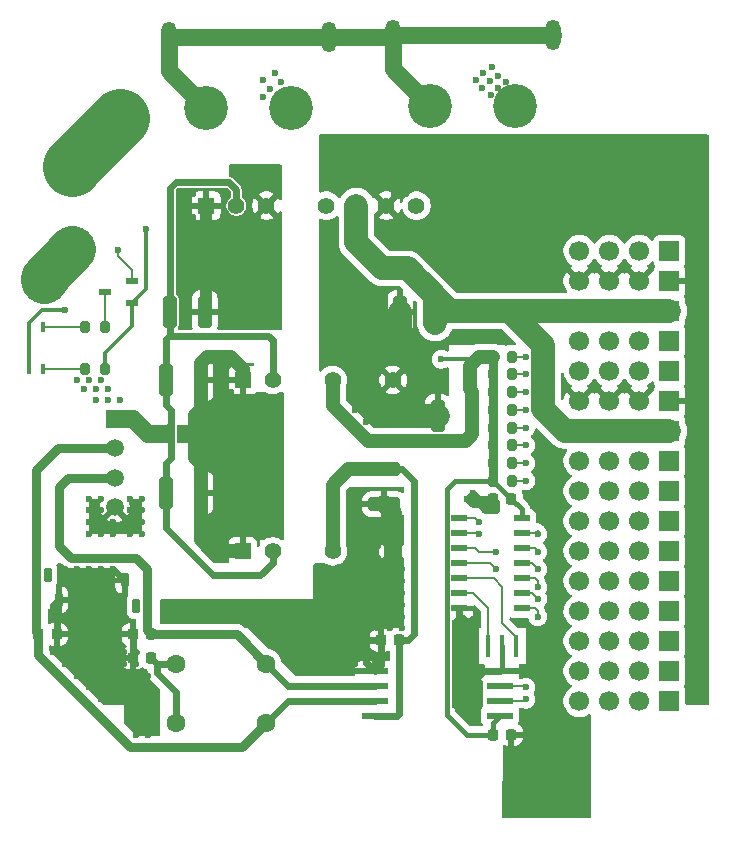
<source format=gtl>
%TF.GenerationSoftware,KiCad,Pcbnew,9.0.4*%
%TF.CreationDate,2025-09-18T00:05:18+09:00*%
%TF.ProjectId,CAN_Isolation_mini,43414e5f-4973-46f6-9c61-74696f6e5f6d,Ver.1.0*%
%TF.SameCoordinates,Original*%
%TF.FileFunction,Copper,L1,Top*%
%TF.FilePolarity,Positive*%
%FSLAX46Y46*%
G04 Gerber Fmt 4.6, Leading zero omitted, Abs format (unit mm)*
G04 Created by KiCad (PCBNEW 9.0.4) date 2025-09-18 00:05:18*
%MOMM*%
%LPD*%
G01*
G04 APERTURE LIST*
G04 Aperture macros list*
%AMRoundRect*
0 Rectangle with rounded corners*
0 $1 Rounding radius*
0 $2 $3 $4 $5 $6 $7 $8 $9 X,Y pos of 4 corners*
0 Add a 4 corners polygon primitive as box body*
4,1,4,$2,$3,$4,$5,$6,$7,$8,$9,$2,$3,0*
0 Add four circle primitives for the rounded corners*
1,1,$1+$1,$2,$3*
1,1,$1+$1,$4,$5*
1,1,$1+$1,$6,$7*
1,1,$1+$1,$8,$9*
0 Add four rect primitives between the rounded corners*
20,1,$1+$1,$2,$3,$4,$5,0*
20,1,$1+$1,$4,$5,$6,$7,0*
20,1,$1+$1,$6,$7,$8,$9,0*
20,1,$1+$1,$8,$9,$2,$3,0*%
G04 Aperture macros list end*
%TA.AperFunction,SMDPad,CuDef*%
%ADD10R,3.100000X2.200000*%
%TD*%
%TA.AperFunction,SMDPad,CuDef*%
%ADD11RoundRect,0.225000X-0.225000X-0.250000X0.225000X-0.250000X0.225000X0.250000X-0.225000X0.250000X0*%
%TD*%
%TA.AperFunction,SMDPad,CuDef*%
%ADD12RoundRect,0.200000X-0.200000X-0.275000X0.200000X-0.275000X0.200000X0.275000X-0.200000X0.275000X0*%
%TD*%
%TA.AperFunction,SMDPad,CuDef*%
%ADD13R,2.253927X0.622132*%
%TD*%
%TA.AperFunction,ComponentPad*%
%ADD14R,1.700000X1.700000*%
%TD*%
%TA.AperFunction,ComponentPad*%
%ADD15C,1.700000*%
%TD*%
%TA.AperFunction,ComponentPad*%
%ADD16R,1.508000X1.508000*%
%TD*%
%TA.AperFunction,ComponentPad*%
%ADD17C,1.508000*%
%TD*%
%TA.AperFunction,SMDPad,CuDef*%
%ADD18R,0.690000X0.320000*%
%TD*%
%TA.AperFunction,SMDPad,CuDef*%
%ADD19R,1.000000X1.600000*%
%TD*%
%TA.AperFunction,SMDPad,CuDef*%
%ADD20RoundRect,0.250000X-0.325000X-1.100000X0.325000X-1.100000X0.325000X1.100000X-0.325000X1.100000X0*%
%TD*%
%TA.AperFunction,ComponentPad*%
%ADD21C,1.600000*%
%TD*%
%TA.AperFunction,ComponentPad*%
%ADD22C,3.716000*%
%TD*%
%TA.AperFunction,ComponentPad*%
%ADD23O,1.300000X2.600000*%
%TD*%
%TA.AperFunction,SMDPad,CuDef*%
%ADD24R,1.016000X0.558800*%
%TD*%
%TA.AperFunction,SMDPad,CuDef*%
%ADD25RoundRect,0.075000X0.225000X-0.540000X0.225000X0.540000X-0.225000X0.540000X-0.225000X-0.540000X0*%
%TD*%
%TA.AperFunction,SMDPad,CuDef*%
%ADD26R,0.393700X0.812800*%
%TD*%
%TA.AperFunction,ComponentPad*%
%ADD27R,1.397000X1.397000*%
%TD*%
%TA.AperFunction,ComponentPad*%
%ADD28C,1.397000*%
%TD*%
%TA.AperFunction,SMDPad,CuDef*%
%ADD29R,1.397000X0.558800*%
%TD*%
%TA.AperFunction,SMDPad,CuDef*%
%ADD30RoundRect,0.225000X0.225000X0.250000X-0.225000X0.250000X-0.225000X-0.250000X0.225000X-0.250000X0*%
%TD*%
%TA.AperFunction,SMDPad,CuDef*%
%ADD31RoundRect,0.250000X0.325000X1.100000X-0.325000X1.100000X-0.325000X-1.100000X0.325000X-1.100000X0*%
%TD*%
%TA.AperFunction,SMDPad,CuDef*%
%ADD32R,0.400000X1.900000*%
%TD*%
%TA.AperFunction,SMDPad,CuDef*%
%ADD33RoundRect,0.250000X-1.100000X0.325000X-1.100000X-0.325000X1.100000X-0.325000X1.100000X0.325000X0*%
%TD*%
%TA.AperFunction,SMDPad,CuDef*%
%ADD34RoundRect,0.075000X-0.225000X0.540000X-0.225000X-0.540000X0.225000X-0.540000X0.225000X0.540000X0*%
%TD*%
%TA.AperFunction,ViaPad*%
%ADD35C,0.600000*%
%TD*%
%TA.AperFunction,Conductor*%
%ADD36C,2.000000*%
%TD*%
%TA.AperFunction,Conductor*%
%ADD37C,0.600000*%
%TD*%
%TA.AperFunction,Conductor*%
%ADD38C,1.500000*%
%TD*%
%TA.AperFunction,Conductor*%
%ADD39C,4.000000*%
%TD*%
%TA.AperFunction,Conductor*%
%ADD40C,1.400000*%
%TD*%
%TA.AperFunction,Conductor*%
%ADD41C,0.400000*%
%TD*%
%TA.AperFunction,Conductor*%
%ADD42C,1.200000*%
%TD*%
%TA.AperFunction,Conductor*%
%ADD43C,1.100000*%
%TD*%
%TA.AperFunction,Conductor*%
%ADD44C,1.000000*%
%TD*%
%TA.AperFunction,Conductor*%
%ADD45C,0.800000*%
%TD*%
%TA.AperFunction,Conductor*%
%ADD46C,0.200000*%
%TD*%
%TA.AperFunction,Conductor*%
%ADD47C,0.300000*%
%TD*%
%TA.AperFunction,Conductor*%
%ADD48C,5.000000*%
%TD*%
G04 APERTURE END LIST*
D10*
%TO.P,D3,A*%
%TO.N,BAT_12V*%
X94234000Y-79192000D03*
%TO.P,D3,C*%
%TO.N,Net-(D3-PadC)*%
X94234000Y-72192000D03*
%TD*%
D11*
%TO.P,C7,1*%
%TO.N,GND_VP*%
X129882095Y-100294905D03*
%TO.P,C7,2*%
%TO.N,+3.3VP*%
X131432095Y-100294905D03*
%TD*%
D12*
%TO.P,R9,1*%
%TO.N,Net-(LED1-Pad1)*%
X95332095Y-89294905D03*
%TO.P,R9,2*%
%TO.N,GND_VP*%
X96982095Y-89294905D03*
%TD*%
D13*
%TO.P,U2,1,VCC1*%
%TO.N,+3.3VP*%
X130457618Y-118699905D03*
%TO.P,U2,2,TXD*%
%TO.N,Net-(U1-TXCAN)*%
X130457618Y-117429905D03*
%TO.P,U2,3,RXD*%
%TO.N,Net-(U1-RXCAN)*%
X130457618Y-116159905D03*
%TO.P,U2,4,GND1*%
%TO.N,GND_VP*%
X130457618Y-114889905D03*
%TO.P,U2,5,GND2*%
%TO.N,GND_5VCAN*%
X119856572Y-114889905D03*
%TO.P,U2,6,CANL*%
%TO.N,CAN_L*%
X119856572Y-116159905D03*
%TO.P,U2,7,CANH*%
%TO.N,CAN_H*%
X119856572Y-117429905D03*
%TO.P,U2,8,VCC2*%
%TO.N,+5VCAN*%
X119856572Y-118699905D03*
%TD*%
D14*
%TO.P,J6,1,Pin_1*%
%TO.N,unconnected-(J6-Pin_1-Pad1)*%
X144810000Y-89500000D03*
D15*
%TO.P,J6,2,Pin_2*%
%TO.N,unconnected-(J6-Pin_2-Pad2)*%
X142270000Y-89500000D03*
%TO.P,J6,3,Pin_3*%
%TO.N,unconnected-(J6-Pin_3-Pad3)*%
X139730000Y-89500000D03*
%TO.P,J6,4,Pin_4*%
%TO.N,unconnected-(J6-Pin_4-Pad4)*%
X137190000Y-89500000D03*
%TD*%
D14*
%TO.P,J3,1,Pin_1*%
%TO.N,GND_VP*%
X144810000Y-81880000D03*
D15*
%TO.P,J3,2,Pin_2*%
X142270000Y-81880000D03*
%TO.P,J3,3,Pin_3*%
X139730000Y-81880000D03*
%TO.P,J3,4,Pin_4*%
X137190000Y-81880000D03*
%TD*%
D16*
%TO.P,J1,1,1*%
%TO.N,BAT_12V*%
X97857095Y-93544905D03*
D17*
%TO.P,J1,2,2*%
%TO.N,CAN_H*%
X97857095Y-96044905D03*
%TO.P,J1,3,3*%
%TO.N,CAN_L*%
X97857095Y-98544905D03*
%TO.P,J1,4,4*%
%TO.N,BAT_GND*%
X97857095Y-101044905D03*
%TD*%
D11*
%TO.P,C10,1*%
%TO.N,CAN_H*%
X91382095Y-111794905D03*
%TO.P,C10,2*%
%TO.N,GND_5VCAN*%
X92932095Y-111794905D03*
%TD*%
D14*
%TO.P,J8,1,Pin_1*%
%TO.N,+5VP*%
X144810000Y-94580000D03*
D15*
%TO.P,J8,2,Pin_2*%
X142270000Y-94580000D03*
%TO.P,J8,3,Pin_3*%
X139730000Y-94580000D03*
%TO.P,J8,4,Pin_4*%
X137190000Y-94580000D03*
%TD*%
D14*
%TO.P,J11,1,Pin_1*%
%TO.N,CAN_LED*%
X144810000Y-102200000D03*
D15*
%TO.P,J11,2,Pin_2*%
X142270000Y-102200000D03*
%TO.P,J11,3,Pin_3*%
X139730000Y-102200000D03*
%TO.P,J11,4,Pin_4*%
X137190000Y-102200000D03*
%TD*%
D14*
%TO.P,J17,1,Pin_1*%
%TO.N,unconnected-(J17-Pin_1-Pad1)*%
X144810000Y-117440000D03*
D15*
%TO.P,J17,2,Pin_2*%
%TO.N,unconnected-(J17-Pin_2-Pad2)*%
X142270000Y-117440000D03*
%TO.P,J17,3,Pin_3*%
%TO.N,unconnected-(J17-Pin_3-Pad3)*%
X139730000Y-117440000D03*
%TO.P,J17,4,Pin_4*%
%TO.N,unconnected-(J17-Pin_4-Pad4)*%
X137190000Y-117440000D03*
%TD*%
D18*
%TO.P,U5,1,GND*%
%TO.N,BAT_GND*%
X104677095Y-95444905D03*
%TO.P,U5,2,GND*%
X104677095Y-94794905D03*
%TO.P,U5,3,GND*%
X104677095Y-94144905D03*
%TO.P,U5,4,IN*%
%TO.N,BAT_12V*%
X102637095Y-94144905D03*
%TO.P,U5,5,IN*%
X102637095Y-94794905D03*
%TO.P,U5,6,IN*%
X102637095Y-95444905D03*
D19*
%TO.P,U5,7,GND*%
%TO.N,BAT_GND*%
X103657095Y-94794905D03*
%TD*%
D14*
%TO.P,J15,1,Pin_1*%
%TO.N,CAN_SCK*%
X144810000Y-112360000D03*
D15*
%TO.P,J15,2,Pin_2*%
X142270000Y-112360000D03*
%TO.P,J15,3,Pin_3*%
X139730000Y-112360000D03*
%TO.P,J15,4,Pin_4*%
X137190000Y-112360000D03*
%TD*%
D14*
%TO.P,J13,1,Pin_1*%
%TO.N,CAN_SDO*%
X144810000Y-107280000D03*
D15*
%TO.P,J13,2,Pin_2*%
X142270000Y-107280000D03*
%TO.P,J13,3,Pin_3*%
X139730000Y-107280000D03*
%TO.P,J13,4,Pin_4*%
X137190000Y-107280000D03*
%TD*%
D20*
%TO.P,C2,1*%
%TO.N,BAT_12V*%
X102182095Y-99794905D03*
%TO.P,C2,2*%
%TO.N,BAT_GND*%
X105132095Y-99794905D03*
%TD*%
D21*
%TO.P,R12,1*%
%TO.N,Net-(C12-Pad1)*%
X103037095Y-114294905D03*
%TO.P,R12,2*%
%TO.N,CAN_L*%
X110657095Y-114294905D03*
%TD*%
D11*
%TO.P,C5,1*%
%TO.N,+3.3VP*%
X129882095Y-120294905D03*
%TO.P,C5,2*%
%TO.N,GND_VP*%
X131432095Y-120294905D03*
%TD*%
D22*
%TO.P,J21,1,1*%
%TO.N,Net-(D3-PadC)*%
X112801000Y-67214000D03*
%TO.P,J21,2,2*%
%TO.N,BAT_GND*%
X105601000Y-67214000D03*
D23*
%TO.P,J21,S1,SHIELD*%
X115951000Y-61214000D03*
%TO.P,J21,S2,SHIELD*%
X102451000Y-61214000D03*
%TD*%
D24*
%TO.P,U6,1*%
%TO.N,GND_VP*%
X99300095Y-83744906D03*
%TO.P,U6,2*%
%TO.N,CAN_LED*%
X99300095Y-81844904D03*
%TO.P,U6,3*%
%TO.N,Net-(R10-Pad2)*%
X97014095Y-82794905D03*
%TD*%
D14*
%TO.P,J16,1,Pin_1*%
%TO.N,unconnected-(J16-Pin_1-Pad1)*%
X144810000Y-114900000D03*
D15*
%TO.P,J16,2,Pin_2*%
%TO.N,unconnected-(J16-Pin_2-Pad2)*%
X142270000Y-114900000D03*
%TO.P,J16,3,Pin_3*%
%TO.N,unconnected-(J16-Pin_3-Pad3)*%
X139730000Y-114900000D03*
%TO.P,J16,4,Pin_4*%
%TO.N,unconnected-(J16-Pin_4-Pad4)*%
X137190000Y-114900000D03*
%TD*%
D14*
%TO.P,J7,1,Pin_1*%
%TO.N,GND_VP*%
X144810000Y-92040000D03*
D15*
%TO.P,J7,2,Pin_2*%
X142270000Y-92040000D03*
%TO.P,J7,3,Pin_3*%
X139730000Y-92040000D03*
%TO.P,J7,4,Pin_4*%
X137190000Y-92040000D03*
%TD*%
D11*
%TO.P,C11,1*%
%TO.N,GND_5VCAN*%
X99382095Y-111794905D03*
%TO.P,C11,2*%
%TO.N,CAN_L*%
X100932095Y-111794905D03*
%TD*%
D25*
%TO.P,D1,1*%
%TO.N,CAN_H*%
X91207095Y-108854905D03*
%TO.P,D1,2*%
%TO.N,GND_5VCAN*%
X93107095Y-108854905D03*
%TO.P,D1,3*%
%TO.N,unconnected-(D1-Pad3)*%
X92157095Y-106734905D03*
%TD*%
D26*
%TO.P,LED2,1*%
%TO.N,Net-(LED2-Pad1)*%
X91760345Y-85794905D03*
%TO.P,LED2,2*%
%TO.N,+3.3VP*%
X90553845Y-85794905D03*
%TD*%
D14*
%TO.P,J10,1,Pin_1*%
%TO.N,unconnected-(J10-Pin_1-Pad1)*%
X144810000Y-99660000D03*
D15*
%TO.P,J10,2,Pin_2*%
%TO.N,unconnected-(J10-Pin_2-Pad2)*%
X142270000Y-99660000D03*
%TO.P,J10,3,Pin_3*%
%TO.N,unconnected-(J10-Pin_3-Pad3)*%
X139730000Y-99660000D03*
%TO.P,J10,4,Pin_4*%
%TO.N,unconnected-(J10-Pin_4-Pad4)*%
X137190000Y-99660000D03*
%TD*%
D20*
%TO.P,C8,1*%
%TO.N,BAT_12V*%
X102525000Y-84500000D03*
%TO.P,C8,2*%
%TO.N,BAT_GND*%
X105475000Y-84500000D03*
%TD*%
D27*
%TO.P,U3,1,-VIN*%
%TO.N,BAT_GND*%
X108680095Y-90270905D03*
D28*
%TO.P,U3,2,+VIN*%
%TO.N,BAT_12V*%
X111220095Y-90270905D03*
%TO.P,U3,3,+VOUT*%
%TO.N,+3.3VP*%
X116300095Y-90270905D03*
%TO.P,U3,4,-VOUT*%
%TO.N,GND_VP*%
X121380095Y-90270905D03*
%TD*%
D27*
%TO.P,U4,1,-VIN*%
%TO.N,BAT_GND*%
X108680095Y-104770905D03*
D28*
%TO.P,U4,2,+VIN*%
%TO.N,BAT_12V*%
X111220095Y-104770905D03*
%TO.P,U4,3,+VOUT*%
%TO.N,+5VCAN*%
X116300095Y-104770905D03*
%TO.P,U4,4,-VOUT*%
%TO.N,GND_5VCAN*%
X121380095Y-104770905D03*
%TD*%
D14*
%TO.P,J9,1,Pin_1*%
%TO.N,unconnected-(J9-Pin_1-Pad1)*%
X144810000Y-97120000D03*
D15*
%TO.P,J9,2,Pin_2*%
%TO.N,unconnected-(J9-Pin_2-Pad2)*%
X142270000Y-97120000D03*
%TO.P,J9,3,Pin_3*%
%TO.N,unconnected-(J9-Pin_3-Pad3)*%
X139730000Y-97120000D03*
%TO.P,J9,4,Pin_4*%
%TO.N,unconnected-(J9-Pin_4-Pad4)*%
X137190000Y-97120000D03*
%TD*%
D12*
%TO.P,R5,1*%
%TO.N,+3.3VP*%
X129832095Y-92794905D03*
%TO.P,R5,2*%
%TO.N,CAN_GPIO0*%
X131482095Y-92794905D03*
%TD*%
%TO.P,R3,1*%
%TO.N,+3.3VP*%
X129832095Y-95794905D03*
%TO.P,R3,2*%
%TO.N,CAN_SDI*%
X131482095Y-95794905D03*
%TD*%
D29*
%TO.P,U1,1,TXCAN*%
%TO.N,Net-(U1-TXCAN)*%
X127002795Y-101984905D03*
%TO.P,U1,2,RXCAN*%
%TO.N,Net-(U1-RXCAN)*%
X127002795Y-103254905D03*
%TO.P,U1,3,CLKO/SOF*%
%TO.N,CAN_CLK*%
X127002795Y-104524905D03*
%TO.P,U1,4,\u002AINT*%
%TO.N,CAN_INT*%
X127002795Y-105794905D03*
%TO.P,U1,5,OSC2*%
%TO.N,Net-(U1-OSC2)*%
X127002795Y-107064905D03*
%TO.P,U1,6,OSC1*%
%TO.N,Net-(U1-OSC1)*%
X127002795Y-108334905D03*
%TO.P,U1,7,VSS*%
%TO.N,GND_VP*%
X127002795Y-109604905D03*
%TO.P,U1,8,\u002AINT1/GPIO1*%
%TO.N,CAN_GPIO1*%
X132311395Y-109604905D03*
%TO.P,U1,9,\u002AINT0/GPIO0/XSTBY*%
%TO.N,CAN_GPIO0*%
X132311395Y-108334905D03*
%TO.P,U1,10,SCK*%
%TO.N,CAN_SCK*%
X132311395Y-107064905D03*
%TO.P,U1,11,SDI*%
%TO.N,CAN_SDI*%
X132311395Y-105794905D03*
%TO.P,U1,12,SDO*%
%TO.N,CAN_SDO*%
X132311395Y-104524905D03*
%TO.P,U1,13,NCS*%
%TO.N,CAN_CS*%
X132311395Y-103254905D03*
%TO.P,U1,14,VDD*%
%TO.N,+3.3VP*%
X132311395Y-101984905D03*
%TD*%
D26*
%TO.P,LED1,1*%
%TO.N,Net-(LED1-Pad1)*%
X91760345Y-89294905D03*
%TO.P,LED1,2*%
%TO.N,+3.3VP*%
X90553845Y-89294905D03*
%TD*%
D27*
%TO.P,U7,1,-VIN*%
%TO.N,BAT_GND*%
X105610000Y-75500000D03*
D28*
%TO.P,U7,2,+VIN*%
%TO.N,BAT_12V*%
X108150000Y-75500000D03*
%TO.P,U7,3,RC*%
%TO.N,BAT_GND*%
X110690000Y-75500000D03*
%TO.P,U7,5,NC*%
%TO.N,unconnected-(U7-NC-Pad5)*%
X115770000Y-75500000D03*
%TO.P,U7,6,+VOUT*%
%TO.N,+5VP*%
X118310000Y-75500000D03*
%TO.P,U7,7,-VOUT*%
%TO.N,GND_VP*%
X120850000Y-75500000D03*
%TO.P,U7,8,NC*%
%TO.N,unconnected-(U7-NC-Pad8)*%
X123390000Y-75500000D03*
%TD*%
D12*
%TO.P,R2,1*%
%TO.N,+3.3VP*%
X129832095Y-97294905D03*
%TO.P,R2,2*%
%TO.N,CAN_SDO*%
X131482095Y-97294905D03*
%TD*%
D20*
%TO.P,C1,1*%
%TO.N,BAT_12V*%
X102182095Y-90294905D03*
%TO.P,C1,2*%
%TO.N,BAT_GND*%
X105132095Y-90294905D03*
%TD*%
D30*
%TO.P,C6,1*%
%TO.N,+5VCAN*%
X121932095Y-112294905D03*
%TO.P,C6,2*%
%TO.N,GND_5VCAN*%
X120382095Y-112294905D03*
%TD*%
%TO.P,C12,1*%
%TO.N,Net-(C12-Pad1)*%
X100932095Y-113794905D03*
%TO.P,C12,2*%
%TO.N,GND_5VCAN*%
X99382095Y-113794905D03*
%TD*%
D21*
%TO.P,R11,1*%
%TO.N,CAN_H*%
X110657095Y-119294905D03*
%TO.P,R11,2*%
%TO.N,Net-(C12-Pad1)*%
X103037095Y-119294905D03*
%TD*%
D31*
%TO.P,C3,1*%
%TO.N,+3.3VP*%
X128132095Y-93294905D03*
%TO.P,C3,2*%
%TO.N,GND_VP*%
X125182095Y-93294905D03*
%TD*%
D14*
%TO.P,J2,1,Pin_1*%
%TO.N,unconnected-(J2-Pin_1-Pad1)*%
X144810000Y-79340000D03*
D15*
%TO.P,J2,2,Pin_2*%
%TO.N,unconnected-(J2-Pin_2-Pad2)*%
X142270000Y-79340000D03*
%TO.P,J2,3,Pin_3*%
%TO.N,unconnected-(J2-Pin_3-Pad3)*%
X139730000Y-79340000D03*
%TO.P,J2,4,Pin_4*%
%TO.N,unconnected-(J2-Pin_4-Pad4)*%
X137190000Y-79340000D03*
%TD*%
D14*
%TO.P,J5,1,Pin_1*%
%TO.N,unconnected-(J5-Pin_1-Pad1)*%
X144810000Y-86960000D03*
D15*
%TO.P,J5,2,Pin_2*%
%TO.N,unconnected-(J5-Pin_2-Pad2)*%
X142270000Y-86960000D03*
%TO.P,J5,3,Pin_3*%
%TO.N,unconnected-(J5-Pin_3-Pad3)*%
X139730000Y-86960000D03*
%TO.P,J5,4,Pin_4*%
%TO.N,unconnected-(J5-Pin_4-Pad4)*%
X137190000Y-86960000D03*
%TD*%
D32*
%TO.P,Y1,1*%
%TO.N,Net-(U1-OSC2)*%
X131857095Y-112794905D03*
%TO.P,Y1,2*%
%TO.N,GND_VP*%
X130657095Y-112794905D03*
%TO.P,Y1,3*%
%TO.N,Net-(U1-OSC1)*%
X129457095Y-112794905D03*
%TD*%
D33*
%TO.P,C4,1*%
%TO.N,+5VCAN*%
X120657095Y-97819905D03*
%TO.P,C4,2*%
%TO.N,GND_5VCAN*%
X120657095Y-100769905D03*
%TD*%
D31*
%TO.P,C9,1*%
%TO.N,+5VP*%
X124975000Y-84500000D03*
%TO.P,C9,2*%
%TO.N,GND_VP*%
X122025000Y-84500000D03*
%TD*%
D34*
%TO.P,D2,1*%
%TO.N,CAN_L*%
X100607095Y-107234905D03*
%TO.P,D2,2*%
%TO.N,GND_5VCAN*%
X98707095Y-107234905D03*
%TO.P,D2,3*%
%TO.N,unconnected-(D2-Pad3)*%
X99657095Y-109354905D03*
%TD*%
D14*
%TO.P,J14,1,Pin_1*%
%TO.N,CAN_SDI*%
X144810000Y-109820000D03*
D15*
%TO.P,J14,2,Pin_2*%
X142270000Y-109820000D03*
%TO.P,J14,3,Pin_3*%
X139730000Y-109820000D03*
%TO.P,J14,4,Pin_4*%
X137190000Y-109820000D03*
%TD*%
D14*
%TO.P,J4,1,Pin_1*%
%TO.N,+5VP*%
X144810000Y-84420000D03*
D15*
%TO.P,J4,2,Pin_2*%
X142270000Y-84420000D03*
%TO.P,J4,3,Pin_3*%
X139730000Y-84420000D03*
%TO.P,J4,4,Pin_4*%
X137190000Y-84420000D03*
%TD*%
D14*
%TO.P,J12,1,Pin_1*%
%TO.N,CAN_CS*%
X144810000Y-104740000D03*
D15*
%TO.P,J12,2,Pin_2*%
X142270000Y-104740000D03*
%TO.P,J12,3,Pin_3*%
X139730000Y-104740000D03*
%TO.P,J12,4,Pin_4*%
X137190000Y-104740000D03*
%TD*%
D12*
%TO.P,R10,1*%
%TO.N,Net-(LED2-Pad1)*%
X95332095Y-85794905D03*
%TO.P,R10,2*%
%TO.N,Net-(R10-Pad2)*%
X96982095Y-85794905D03*
%TD*%
%TO.P,R6,1*%
%TO.N,+3.3VP*%
X129832095Y-91294905D03*
%TO.P,R6,2*%
%TO.N,CAN_GPIO1*%
X131482095Y-91294905D03*
%TD*%
%TO.P,R1,1*%
%TO.N,+3.3VP*%
X129832095Y-98794905D03*
%TO.P,R1,2*%
%TO.N,CAN_CS*%
X131482095Y-98794905D03*
%TD*%
%TO.P,R7,1*%
%TO.N,+3.3VP*%
X129832095Y-88294905D03*
%TO.P,R7,2*%
%TO.N,CAN_CLK*%
X131482095Y-88294905D03*
%TD*%
%TO.P,R8,1*%
%TO.N,+3.3VP*%
X129832095Y-89794905D03*
%TO.P,R8,2*%
%TO.N,CAN_INT*%
X131482095Y-89794905D03*
%TD*%
D22*
%TO.P,J22,1,1*%
%TO.N,Net-(D3-PadC)*%
X131762000Y-67087000D03*
%TO.P,J22,2,2*%
%TO.N,BAT_GND*%
X124562000Y-67087000D03*
D23*
%TO.P,J22,S1,SHIELD*%
X134912000Y-61087000D03*
%TO.P,J22,S2,SHIELD*%
X121412000Y-61087000D03*
%TD*%
D12*
%TO.P,R4,1*%
%TO.N,+3.3VP*%
X129832095Y-94294905D03*
%TO.P,R4,2*%
%TO.N,CAN_SCK*%
X131482095Y-94294905D03*
%TD*%
D35*
%TO.N,BAT_12V*%
X97282000Y-91948000D03*
X91821000Y-81788000D03*
X91186000Y-80264000D03*
X97282000Y-91059000D03*
X91186000Y-81026000D03*
X91821000Y-81026000D03*
X91821000Y-80264000D03*
X92456000Y-82550000D03*
X91186000Y-82550000D03*
X96647000Y-90297000D03*
X92456000Y-81788000D03*
X91186000Y-81788000D03*
X91821000Y-82550000D03*
X96266000Y-91948000D03*
X94615000Y-90297000D03*
X95250000Y-91059000D03*
X95631000Y-90297000D03*
X98298000Y-91948000D03*
X96266000Y-91059000D03*
X92456000Y-80264000D03*
X92456000Y-81026000D03*
%TO.N,BAT_GND*%
X110657095Y-94270905D03*
X109657095Y-99294905D03*
X107657095Y-92294905D03*
X111657095Y-94294905D03*
X106657095Y-98294905D03*
X108000000Y-84500000D03*
X99157095Y-101294905D03*
X108657095Y-95294905D03*
X110000000Y-76500000D03*
X107657095Y-90294905D03*
X106657095Y-95294905D03*
X106657095Y-94294905D03*
X107000000Y-80500000D03*
X111000000Y-83500000D03*
X109657095Y-95294905D03*
X107657095Y-97294905D03*
X108657095Y-100294905D03*
X111000000Y-80500000D03*
X103500000Y-79500000D03*
X103500000Y-77500000D03*
X99157095Y-102294905D03*
X108657095Y-92294905D03*
X95657095Y-100294905D03*
X109657095Y-102294905D03*
X108657095Y-93294905D03*
X107657095Y-103294905D03*
X100157095Y-100294905D03*
X106657095Y-90294905D03*
X109657095Y-101294905D03*
X107657095Y-93294905D03*
X96657095Y-103294905D03*
X97657095Y-102294905D03*
X106657095Y-97294905D03*
X110000000Y-84500000D03*
X108657095Y-102294905D03*
X107000000Y-79500000D03*
X108657095Y-103294905D03*
X107000000Y-84500000D03*
X103500000Y-80500000D03*
X110657095Y-97294905D03*
X109000000Y-84500000D03*
X110657095Y-93294905D03*
X108000000Y-79500000D03*
X95657095Y-103294905D03*
X107000000Y-85500000D03*
X108000000Y-85500000D03*
X110000000Y-85500000D03*
X108657095Y-96294905D03*
X104000000Y-84500000D03*
X111657095Y-99294905D03*
X95657095Y-101294905D03*
X109000000Y-78500000D03*
X110657095Y-100294905D03*
X96657095Y-102294905D03*
X108000000Y-78500000D03*
X104500000Y-80500000D03*
X111657095Y-100294905D03*
X110000000Y-81500000D03*
X109657095Y-100294905D03*
X110000000Y-78500000D03*
X111657095Y-93294905D03*
X107657095Y-99294905D03*
X108657095Y-98294905D03*
X104500000Y-77500000D03*
X108657095Y-97294905D03*
X110000000Y-77500000D03*
X109657095Y-98294905D03*
X110657095Y-95294905D03*
X107657095Y-95294905D03*
X109000000Y-85500000D03*
X108000000Y-82500000D03*
X111000000Y-85500000D03*
X111000000Y-84500000D03*
X103500000Y-78500000D03*
X99157095Y-100294905D03*
X110000000Y-83500000D03*
X104500000Y-75500000D03*
X107000000Y-74500000D03*
X106657095Y-100294905D03*
X111657095Y-95294905D03*
X109000000Y-83500000D03*
X96657095Y-100294905D03*
X104000000Y-85500000D03*
X103500000Y-74500000D03*
X108657095Y-94294905D03*
X111657095Y-102294905D03*
X108657095Y-101294905D03*
X109000000Y-77500000D03*
X107657095Y-100294905D03*
X106657095Y-92294905D03*
X109657095Y-93294905D03*
X109657095Y-92294905D03*
X100157095Y-101294905D03*
X109657095Y-103294905D03*
X107657095Y-101294905D03*
X111657095Y-92294905D03*
X104000000Y-83500000D03*
X111000000Y-82500000D03*
X107657095Y-102294905D03*
X107000000Y-78500000D03*
X109000000Y-80500000D03*
X103500000Y-75500000D03*
X109657095Y-97294905D03*
X109000000Y-81500000D03*
X104500000Y-79500000D03*
X110657095Y-101294905D03*
X109000000Y-76500000D03*
X110657095Y-99294905D03*
X110000000Y-80500000D03*
X104500000Y-81500000D03*
X96657095Y-101294905D03*
X104500000Y-76500000D03*
X107000000Y-77500000D03*
X104500000Y-78500000D03*
X110657095Y-92294905D03*
X111000000Y-79500000D03*
X99157095Y-103294905D03*
X110657095Y-96294905D03*
X107657095Y-98294905D03*
X109657095Y-94294905D03*
X110000000Y-79500000D03*
X95657095Y-102294905D03*
X111657095Y-103294905D03*
X111000000Y-77500000D03*
X106657095Y-102294905D03*
X110657095Y-102294905D03*
X109000000Y-79500000D03*
X111657095Y-98294905D03*
X110657095Y-98294905D03*
X106657095Y-99294905D03*
X107657095Y-94294905D03*
X108000000Y-81500000D03*
X107000000Y-82500000D03*
X104500000Y-82500000D03*
X111657095Y-101294905D03*
X104500000Y-74500000D03*
X107000000Y-83500000D03*
X108657095Y-99294905D03*
X111657095Y-97294905D03*
X106657095Y-101294905D03*
X108000000Y-77500000D03*
X106657095Y-103294905D03*
X109657095Y-96294905D03*
X110000000Y-82500000D03*
X100157095Y-103294905D03*
X111000000Y-81500000D03*
X107657095Y-91294905D03*
X110657095Y-103294905D03*
X106657095Y-96294905D03*
X97657095Y-103294905D03*
X103500000Y-81500000D03*
X111657095Y-96294905D03*
X108000000Y-80500000D03*
X106657095Y-93294905D03*
X103500000Y-76500000D03*
X111000000Y-78500000D03*
X108000000Y-83500000D03*
X107000000Y-76500000D03*
X107657095Y-96294905D03*
X100157095Y-102294905D03*
X107000000Y-81500000D03*
X106657095Y-91294905D03*
X109000000Y-82500000D03*
%TO.N,GND_5VCAN*%
X120157095Y-107294905D03*
X113157095Y-114294905D03*
X111157095Y-109294905D03*
X118157095Y-114294905D03*
X97657095Y-114294905D03*
X115157095Y-109294905D03*
X96657095Y-109294905D03*
X107157095Y-110294905D03*
X116157095Y-108294905D03*
X95657095Y-111294905D03*
X122157095Y-106294905D03*
X97657095Y-113294905D03*
X122157095Y-111294905D03*
X97657095Y-117294905D03*
X120157095Y-109294905D03*
X93657095Y-113294905D03*
X95657095Y-112294905D03*
X97657095Y-108294905D03*
X121157095Y-106294905D03*
X117157095Y-109294905D03*
X108157095Y-109294905D03*
X118157095Y-111294905D03*
X94657095Y-110294905D03*
X122157095Y-107294905D03*
X118157095Y-112294905D03*
X108157095Y-110294905D03*
X118157095Y-102294905D03*
X120157095Y-102294905D03*
X97657095Y-109294905D03*
X106157095Y-109294905D03*
X113157095Y-112294905D03*
X122157095Y-110294905D03*
X95657095Y-114294905D03*
X113157095Y-109294905D03*
X96657095Y-110294905D03*
X97657095Y-106294905D03*
X96657095Y-115294905D03*
X96657095Y-113294905D03*
X103157095Y-109294905D03*
X119157095Y-113294905D03*
X119157095Y-102294905D03*
X96657095Y-117294905D03*
X117157095Y-114294905D03*
X102157095Y-109294905D03*
X114157095Y-109294905D03*
X99657095Y-116294905D03*
X94657095Y-114294905D03*
X100657095Y-115294905D03*
X114157095Y-114294905D03*
X100657095Y-117294905D03*
X93657095Y-110294905D03*
X115157095Y-112294905D03*
X94657095Y-109294905D03*
X121157095Y-108294905D03*
X114157095Y-111294905D03*
X95657095Y-113294905D03*
X98657095Y-117294905D03*
X120157095Y-106294905D03*
X119157095Y-108294905D03*
X114157095Y-110294905D03*
X99657095Y-115294905D03*
X112157095Y-110294905D03*
X111157095Y-112294905D03*
X96657095Y-111294905D03*
X99657095Y-113294905D03*
X109157095Y-109294905D03*
X121157095Y-109294905D03*
X100657095Y-119294905D03*
X96657095Y-114294905D03*
X120157095Y-105294905D03*
X96657095Y-107294905D03*
X115157095Y-107294905D03*
X121157095Y-111294905D03*
X117157095Y-111294905D03*
X96657095Y-116294905D03*
X94657095Y-108294905D03*
X111157095Y-111294905D03*
X117157095Y-113294905D03*
X116157095Y-111294905D03*
X95657095Y-115294905D03*
X112157095Y-112294905D03*
X115157095Y-106294905D03*
X100657095Y-120294905D03*
X97657095Y-111294905D03*
X97657095Y-110294905D03*
X105157095Y-109294905D03*
X114157095Y-113294905D03*
X114157095Y-112294905D03*
X94657095Y-113294905D03*
X122157095Y-109294905D03*
X99657095Y-114294905D03*
X93657095Y-106294905D03*
X121157095Y-110294905D03*
X120157095Y-108294905D03*
X120157095Y-110294905D03*
X118157095Y-103294905D03*
X112157095Y-109294905D03*
X119157095Y-104294905D03*
X95657095Y-109294905D03*
X118157095Y-107294905D03*
X93657095Y-107294905D03*
X104157095Y-109294905D03*
X122157095Y-108294905D03*
X113157095Y-111294905D03*
X118157095Y-104294905D03*
X113157095Y-110294905D03*
X117157095Y-108294905D03*
X105157095Y-110294905D03*
X100657095Y-118294905D03*
X119157095Y-110294905D03*
X119157095Y-109294905D03*
X102157095Y-110294905D03*
X95657095Y-106294905D03*
X120157095Y-104294905D03*
X97657095Y-112294905D03*
X117157095Y-107294905D03*
X98657095Y-109294905D03*
X95657095Y-107294905D03*
X98657095Y-110294905D03*
X94657095Y-106294905D03*
X99657095Y-118294905D03*
X115157095Y-114294905D03*
X100657095Y-116294905D03*
X103157095Y-110294905D03*
X94657095Y-112294905D03*
X116157095Y-113294905D03*
X92657095Y-110294905D03*
X99657095Y-119294905D03*
X96657095Y-112294905D03*
X118157095Y-113294905D03*
X116157095Y-109294905D03*
X116157095Y-110294905D03*
X119157095Y-106294905D03*
X121157095Y-107294905D03*
X107157095Y-109294905D03*
X92657095Y-113294905D03*
X111157095Y-110294905D03*
X96657095Y-108294905D03*
X97657095Y-107294905D03*
X98657095Y-114294905D03*
X119157095Y-107294905D03*
X118157095Y-106294905D03*
X94657095Y-115294905D03*
X110157095Y-109294905D03*
X110157095Y-111294905D03*
X120157095Y-111294905D03*
X118157095Y-109294905D03*
X99657095Y-117294905D03*
X109157095Y-110294905D03*
X115157095Y-108294905D03*
X95657095Y-116294905D03*
X115157095Y-113294905D03*
X119157095Y-111294905D03*
X93657095Y-114294905D03*
X116157095Y-106294905D03*
X94657095Y-111294905D03*
X117157095Y-112294905D03*
X116157095Y-107294905D03*
X116157095Y-114294905D03*
X120157095Y-103294905D03*
X118157095Y-105294905D03*
X99657095Y-120294905D03*
X119157095Y-112294905D03*
X117157095Y-110294905D03*
X98657095Y-115294905D03*
X118157095Y-110294905D03*
X97657095Y-115294905D03*
X117157095Y-106294905D03*
X113157095Y-113294905D03*
X94657095Y-107294905D03*
X115157095Y-111294905D03*
X104157095Y-110294905D03*
X98657095Y-116294905D03*
X119157095Y-103294905D03*
X118157095Y-108294905D03*
X98657095Y-113294905D03*
X112157095Y-111294905D03*
X106157095Y-110294905D03*
X116157095Y-112294905D03*
X115157095Y-110294905D03*
X95657095Y-110294905D03*
X119157095Y-105294905D03*
X110157095Y-110294905D03*
X95657095Y-108294905D03*
X96657095Y-106294905D03*
X97657095Y-116294905D03*
%TO.N,CAN_CS*%
X133657095Y-103294905D03*
X132657095Y-98794905D03*
%TO.N,CAN_SDO*%
X133657095Y-104794905D03*
X132657095Y-97294905D03*
%TO.N,CAN_SDI*%
X133657095Y-106294905D03*
X132657095Y-95794905D03*
%TO.N,CAN_SCK*%
X132657095Y-94294905D03*
X133657095Y-107794905D03*
%TO.N,CAN_GPIO0*%
X132657095Y-92794905D03*
X133657095Y-108794905D03*
%TO.N,CAN_GPIO1*%
X133657095Y-110294905D03*
X132657095Y-91294905D03*
%TO.N,CAN_CLK*%
X130157095Y-104794905D03*
X132657095Y-88294905D03*
%TO.N,CAN_INT*%
X132657095Y-89794905D03*
X130157095Y-106294905D03*
%TO.N,Net-(U1-RXCAN)*%
X128657095Y-103294905D03*
X132657095Y-116294905D03*
%TO.N,Net-(U1-TXCAN)*%
X128657095Y-102294905D03*
X132657095Y-117294905D03*
%TO.N,CAN_LED*%
X98157095Y-79294905D03*
%TO.N,GND_VP*%
X122157095Y-92794905D03*
X125500000Y-79000000D03*
X119157095Y-93794905D03*
X121157095Y-87794905D03*
X133000000Y-77000000D03*
X123157095Y-93794905D03*
X127657095Y-115794905D03*
X122157095Y-88794905D03*
X125500000Y-75500000D03*
X118157095Y-91794905D03*
X126657095Y-116794905D03*
X120157095Y-92794905D03*
X130157095Y-101294905D03*
X134000000Y-120000000D03*
X128657095Y-115794905D03*
X128657095Y-100294905D03*
X122500000Y-79000000D03*
X120500000Y-73500000D03*
X122157095Y-93794905D03*
X121157095Y-91794905D03*
X128157095Y-100794905D03*
X124500000Y-78000000D03*
X121500000Y-79000000D03*
X123157095Y-89794905D03*
X127657095Y-114794905D03*
X126657095Y-115794905D03*
X121500000Y-73500000D03*
X124500000Y-80000000D03*
X125500000Y-74500000D03*
X128157095Y-99794905D03*
X127657095Y-112794905D03*
X120157095Y-87794905D03*
X126657095Y-110794905D03*
X127657095Y-100294905D03*
X100500000Y-77500000D03*
X134000000Y-121000000D03*
X123500000Y-73500000D03*
X120157095Y-88794905D03*
X119157095Y-89794905D03*
X123500000Y-77000000D03*
X122500000Y-74500000D03*
X120500000Y-78000000D03*
X123157095Y-88794905D03*
X127657095Y-116794905D03*
X119157095Y-90794905D03*
X124500000Y-79000000D03*
X127657095Y-110794905D03*
X120500000Y-77000000D03*
X119157095Y-92794905D03*
X118157095Y-88794905D03*
X122157095Y-87794905D03*
X125500000Y-73500000D03*
X121157095Y-93794905D03*
X118157095Y-89794905D03*
X127657095Y-111794905D03*
X125500000Y-80000000D03*
X133000000Y-121000000D03*
X132000000Y-122000000D03*
X122500000Y-77000000D03*
X127657095Y-113794905D03*
X137000000Y-77000000D03*
X118157095Y-92794905D03*
X124500000Y-74500000D03*
X122157095Y-91794905D03*
X122500000Y-73500000D03*
X133000000Y-120000000D03*
X119157095Y-91794905D03*
X121157095Y-88794905D03*
X134000000Y-122000000D03*
X131000000Y-77000000D03*
X123157095Y-92794905D03*
X121500000Y-77000000D03*
X121500000Y-78000000D03*
X126657095Y-112794905D03*
X118157095Y-90794905D03*
X134000000Y-77000000D03*
X133000000Y-122000000D03*
X126657095Y-113794905D03*
X130000000Y-77000000D03*
X124500000Y-77000000D03*
X123157095Y-91794905D03*
X121500000Y-74500000D03*
X120157095Y-90794905D03*
X127657095Y-117794905D03*
X120157095Y-91794905D03*
X121157095Y-92794905D03*
X126657095Y-111794905D03*
X118157095Y-87794905D03*
X136000000Y-77000000D03*
X128657095Y-117794905D03*
X132000000Y-77000000D03*
X120157095Y-93794905D03*
X119157095Y-88794905D03*
X129157095Y-101294905D03*
X135000000Y-77000000D03*
X124500000Y-73500000D03*
X123500000Y-79000000D03*
X123157095Y-87794905D03*
X126657095Y-117794905D03*
X125500000Y-78000000D03*
X119157095Y-87794905D03*
X128657095Y-116794905D03*
X125500000Y-77000000D03*
X126657095Y-114794905D03*
X123157095Y-90794905D03*
X120157095Y-89794905D03*
X123500000Y-78000000D03*
X122500000Y-78000000D03*
X138000000Y-77000000D03*
%TO.N,+3.3VP*%
X125500000Y-88500000D03*
X93657095Y-84294905D03*
%TO.N,+5VP*%
X124162500Y-82337500D03*
X123662500Y-81837500D03*
X122500000Y-80810000D03*
X121500000Y-80810000D03*
X123162500Y-81337500D03*
%TO.N,Net-(D3-PadC)*%
X97409000Y-69977000D03*
X128984500Y-64309500D03*
X96647000Y-70739000D03*
X96901000Y-68199000D03*
X130937000Y-65024000D03*
X110363000Y-66294000D03*
X111379000Y-64262000D03*
X129619500Y-64944500D03*
X97536000Y-68707000D03*
X110363000Y-64897000D03*
X95885000Y-70231000D03*
X128397000Y-64897000D03*
X98044000Y-69215000D03*
X95250000Y-69723000D03*
X111887000Y-65024000D03*
X130302000Y-64516000D03*
X97663000Y-67564000D03*
X128905000Y-65532000D03*
X110998000Y-65659000D03*
X96139000Y-68961000D03*
X129667000Y-66167000D03*
X98806000Y-68580000D03*
X98298000Y-68072000D03*
X130254500Y-65579500D03*
X129794000Y-63754000D03*
X96774000Y-69469000D03*
%TD*%
D36*
%TO.N,+5VP*%
X142270000Y-94580000D02*
X144810000Y-94580000D01*
X139730000Y-94580000D02*
X142270000Y-94580000D01*
X137190000Y-94580000D02*
X139730000Y-94580000D01*
X135987919Y-94580000D02*
X137190000Y-94580000D01*
X131191000Y-84420000D02*
X134110495Y-87339495D01*
X134110495Y-87339495D02*
X134110495Y-92702576D01*
X131191000Y-84420000D02*
X137190000Y-84420000D01*
X134110495Y-92702576D02*
X135987919Y-94580000D01*
D37*
%TO.N,BAT_12V*%
X102525000Y-86427000D02*
X102525000Y-84500000D01*
X102182095Y-102819905D02*
X106157095Y-106794905D01*
X102525000Y-84500000D02*
X102525000Y-73975000D01*
X103000000Y-73500000D02*
X107500000Y-73500000D01*
D38*
X97857095Y-93544905D02*
X99407095Y-93544905D01*
D37*
X102637095Y-94144905D02*
X102637095Y-95444905D01*
X111220095Y-105731905D02*
X111220095Y-104770905D01*
X108150000Y-74150000D02*
X108150000Y-75500000D01*
D39*
X91821000Y-81605000D02*
X94234000Y-79192000D01*
D37*
X110157095Y-106794905D02*
X111220095Y-105731905D01*
X102182095Y-99794905D02*
X102182095Y-102819905D01*
X110862190Y-86500000D02*
X111220095Y-86857905D01*
X102637095Y-95444905D02*
X102637095Y-96864905D01*
X102182095Y-97319905D02*
X102182095Y-99794905D01*
D38*
X100657095Y-94794905D02*
X102206095Y-94794905D01*
D37*
X102182095Y-86769905D02*
X102525000Y-86427000D01*
X107500000Y-73500000D02*
X108150000Y-74150000D01*
X102452000Y-86500000D02*
X110862190Y-86500000D01*
D38*
X99407095Y-93544905D02*
X100657095Y-94794905D01*
D37*
X102182095Y-90294905D02*
X102182095Y-86769905D01*
X102182095Y-86769905D02*
X102452000Y-86500000D01*
X102637095Y-96864905D02*
X102182095Y-97319905D01*
D39*
X91821000Y-81788000D02*
X91821000Y-81605000D01*
D37*
X102525000Y-73975000D02*
X103000000Y-73500000D01*
X102637095Y-92814905D02*
X102182095Y-92359905D01*
X102637095Y-94144905D02*
X102637095Y-92814905D01*
X106157095Y-106794905D02*
X110157095Y-106794905D01*
X102182095Y-92359905D02*
X102182095Y-90294905D01*
X111220095Y-86857905D02*
X111220095Y-90270905D01*
D40*
%TO.N,BAT_GND*%
X121412000Y-61087000D02*
X134912000Y-61087000D01*
X102451000Y-61214000D02*
X102451000Y-64064000D01*
D41*
X104307095Y-94144905D02*
X103657095Y-94794905D01*
D40*
X115951000Y-61214000D02*
X121285000Y-61214000D01*
D42*
X105132095Y-97319905D02*
X104677095Y-96864905D01*
D40*
X102451000Y-61214000D02*
X115951000Y-61214000D01*
D42*
X104677095Y-94144905D02*
X104677095Y-95444905D01*
D41*
X104677095Y-94794905D02*
X103657095Y-94794905D01*
D43*
X104677095Y-94144905D02*
X104677095Y-94794905D01*
D42*
X105132095Y-103769905D02*
X106133095Y-104770905D01*
X105132095Y-88819905D02*
X105657095Y-88294905D01*
X104677095Y-93224905D02*
X104677095Y-94144905D01*
D40*
X121412000Y-63937000D02*
X124562000Y-67087000D01*
D42*
X107657095Y-88294905D02*
X108680095Y-89317905D01*
D43*
X104677095Y-94794905D02*
X104677095Y-95444905D01*
D42*
X105132095Y-99794905D02*
X105132095Y-103769905D01*
D41*
X97857095Y-101044905D02*
X97857095Y-101094905D01*
D42*
X105132095Y-97319905D02*
X105132095Y-99794905D01*
D40*
X102451000Y-64064000D02*
X105601000Y-67214000D01*
X121285000Y-61214000D02*
X121412000Y-61087000D01*
D41*
X104677095Y-95444905D02*
X104307095Y-95444905D01*
X104307095Y-95444905D02*
X103657095Y-94794905D01*
D42*
X108680095Y-89317905D02*
X108680095Y-90270905D01*
X105132095Y-92769905D02*
X104677095Y-93224905D01*
D41*
X104677095Y-94144905D02*
X104307095Y-94144905D01*
D40*
X121412000Y-61087000D02*
X121412000Y-63937000D01*
D42*
X105132095Y-92769905D02*
X105132095Y-90294905D01*
X104677095Y-96864905D02*
X104677095Y-95444905D01*
D44*
X105610000Y-75500000D02*
X105610000Y-84365000D01*
D42*
X105657095Y-88294905D02*
X107657095Y-88294905D01*
X106133095Y-104770905D02*
X108680095Y-104770905D01*
X105132095Y-90294905D02*
X105132095Y-88819905D01*
D37*
%TO.N,GND_5VCAN*%
X98597095Y-107234905D02*
X97657095Y-106294905D01*
X119157095Y-113294905D02*
X119157095Y-114190428D01*
X99382095Y-111794905D02*
X99382095Y-113019905D01*
X92932095Y-111794905D02*
X92932095Y-110569905D01*
D38*
X121380095Y-104770905D02*
X121380095Y-105517905D01*
D37*
X120382095Y-112294905D02*
X120382095Y-114364382D01*
D38*
X121380095Y-104770905D02*
X121380095Y-101492905D01*
D37*
X120382095Y-112294905D02*
X119157095Y-112294905D01*
X92657095Y-110294905D02*
X93657095Y-110294905D01*
X120382095Y-114364382D02*
X119856572Y-114889905D01*
X119157095Y-114190428D02*
X119856572Y-114889905D01*
D38*
X121380095Y-101492905D02*
X120657095Y-100769905D01*
D37*
X92657095Y-110294905D02*
X92657095Y-109304905D01*
X92932095Y-110569905D02*
X92657095Y-110294905D01*
X92657095Y-109304905D02*
X93107095Y-108854905D01*
X99382095Y-113019905D02*
X99657095Y-113294905D01*
%TO.N,+5VCAN*%
X122657095Y-112294905D02*
X123157095Y-111794905D01*
X123157095Y-98794905D02*
X122182095Y-97819905D01*
D42*
X116300095Y-103151905D02*
X116300095Y-99151905D01*
D37*
X121932095Y-112294905D02*
X122657095Y-112294905D01*
X122182095Y-97819905D02*
X120657095Y-97819905D01*
D42*
X116300095Y-104770905D02*
X116300095Y-103151905D01*
D37*
X123157095Y-111794905D02*
X123157095Y-98794905D01*
D42*
X116300095Y-99151905D02*
X117632095Y-97819905D01*
X117632095Y-97819905D02*
X120657095Y-97819905D01*
D37*
X121932095Y-118519905D02*
X121932095Y-112294905D01*
X119856572Y-118699905D02*
X121752095Y-118699905D01*
X121752095Y-118699905D02*
X121932095Y-118519905D01*
D45*
%TO.N,CAN_H*%
X99157095Y-121294905D02*
X91382095Y-113519905D01*
X91207095Y-111619905D02*
X91382095Y-111794905D01*
X91207095Y-108854905D02*
X91207095Y-111619905D01*
D37*
X112522095Y-117429905D02*
X110657095Y-119294905D01*
D45*
X91382095Y-113519905D02*
X91382095Y-111794905D01*
X93007095Y-96044905D02*
X97857095Y-96044905D01*
X110657095Y-119294905D02*
X108657095Y-121294905D01*
D37*
X119856572Y-117429905D02*
X112522095Y-117429905D01*
D45*
X91207095Y-97844905D02*
X93007095Y-96044905D01*
X91207095Y-97844905D02*
X91207095Y-108854905D01*
X108657095Y-121294905D02*
X99157095Y-121294905D01*
%TO.N,CAN_L*%
X94157095Y-105294905D02*
X99657095Y-105294905D01*
X93157095Y-99294905D02*
X93157095Y-104294905D01*
X93907095Y-98544905D02*
X93157095Y-99294905D01*
X99657095Y-105294905D02*
X100607095Y-106244905D01*
X97857095Y-98544905D02*
X93907095Y-98544905D01*
X100607095Y-111469905D02*
X100932095Y-111794905D01*
X100607095Y-106244905D02*
X100607095Y-107234905D01*
X93157095Y-104294905D02*
X94157095Y-105294905D01*
X100607095Y-107234905D02*
X100607095Y-111469905D01*
X100932095Y-111794905D02*
X108157095Y-111794905D01*
D37*
X119856572Y-116159905D02*
X112522095Y-116159905D01*
X112522095Y-116159905D02*
X110657095Y-114294905D01*
D45*
X108157095Y-111794905D02*
X110657095Y-114294905D01*
D37*
%TO.N,Net-(C12-Pad1)*%
X103037095Y-114294905D02*
X101432095Y-114294905D01*
X101432095Y-114294905D02*
X100932095Y-113794905D01*
X103037095Y-116674905D02*
X103037095Y-119294905D01*
X101432095Y-115069905D02*
X103037095Y-116674905D01*
X101432095Y-114294905D02*
X101432095Y-115069905D01*
D46*
%TO.N,Net-(LED1-Pad1)*%
X91760345Y-89294905D02*
X95332095Y-89294905D01*
%TO.N,Net-(LED2-Pad1)*%
X91760345Y-85794905D02*
X95332095Y-85794905D01*
%TO.N,CAN_CS*%
X133657095Y-103294905D02*
X133617095Y-103254905D01*
X132657095Y-98794905D02*
X131482095Y-98794905D01*
X132311395Y-103254905D02*
X133617095Y-103254905D01*
X133657095Y-103294905D02*
X133657095Y-102994461D01*
%TO.N,CAN_SDO*%
X132311395Y-104524905D02*
X133387095Y-104524905D01*
X133657095Y-104794905D02*
X133387095Y-104524905D01*
X132657095Y-97294905D02*
X131482095Y-97294905D01*
%TO.N,CAN_SDI*%
X132311395Y-105794905D02*
X133157095Y-105794905D01*
X133157095Y-105794905D02*
X133657095Y-106294905D01*
X132657095Y-95794905D02*
X131482095Y-95794905D01*
%TO.N,CAN_SCK*%
X133427095Y-107064905D02*
X132311395Y-107064905D01*
X133657095Y-107294905D02*
X133427095Y-107064905D01*
X132657095Y-94294905D02*
X131482095Y-94294905D01*
X133657095Y-107794905D02*
X133657095Y-107294905D01*
%TO.N,CAN_GPIO0*%
X132311395Y-108334905D02*
X133197095Y-108334905D01*
X133197095Y-108334905D02*
X133657095Y-108794905D01*
X132657095Y-92794905D02*
X131482095Y-92794905D01*
%TO.N,CAN_GPIO1*%
X133657095Y-109794905D02*
X133467095Y-109604905D01*
X133657095Y-110294905D02*
X133657095Y-109794905D01*
X132657095Y-91294905D02*
X131482095Y-91294905D01*
X133467095Y-109604905D02*
X132311395Y-109604905D01*
%TO.N,CAN_CLK*%
X128657095Y-104794905D02*
X130157095Y-104794905D01*
X128387095Y-104524905D02*
X127002795Y-104524905D01*
X132657095Y-88294905D02*
X131482095Y-88294905D01*
X128387095Y-104524905D02*
X128657095Y-104794905D01*
%TO.N,CAN_INT*%
X129657095Y-105794905D02*
X130157095Y-106294905D01*
X127002795Y-105794905D02*
X129657095Y-105794905D01*
X132657095Y-89794905D02*
X131482095Y-89794905D01*
%TO.N,Net-(R10-Pad2)*%
X96982095Y-82826905D02*
X97014095Y-82794905D01*
X96982095Y-85794905D02*
X96982095Y-82826905D01*
%TO.N,Net-(U1-OSC2)*%
X130657095Y-107794905D02*
X130657095Y-110794905D01*
X130657095Y-110794905D02*
X131857095Y-111994905D01*
X127002795Y-107064905D02*
X129927095Y-107064905D01*
X129927095Y-107064905D02*
X130657095Y-107794905D01*
X131857095Y-111994905D02*
X131857095Y-112794905D01*
%TO.N,Net-(U1-OSC1)*%
X129457095Y-109594905D02*
X129457095Y-112794905D01*
X127002795Y-108334905D02*
X128197095Y-108334905D01*
X128197095Y-108334905D02*
X129457095Y-109594905D01*
%TO.N,Net-(U1-RXCAN)*%
X132657095Y-116294905D02*
X132522095Y-116159905D01*
X127002795Y-103254905D02*
X128617095Y-103254905D01*
X128657095Y-103294905D02*
X128617095Y-103254905D01*
X130457618Y-116159905D02*
X132522095Y-116159905D01*
%TO.N,Net-(U1-TXCAN)*%
X132522095Y-117429905D02*
X132657095Y-117294905D01*
X128347095Y-101984905D02*
X128657095Y-102294905D01*
X127002795Y-101984905D02*
X128347095Y-101984905D01*
X130457618Y-117429905D02*
X132522095Y-117429905D01*
%TO.N,CAN_LED*%
X98157095Y-79794905D02*
X99300095Y-80937905D01*
X99300095Y-80937905D02*
X99300095Y-81844904D01*
X98157095Y-79294905D02*
X98157095Y-79794905D01*
D36*
%TO.N,GND_VP*%
X122025000Y-84500000D02*
X122025000Y-87662810D01*
D37*
X127657095Y-115794905D02*
X128657095Y-115794905D01*
X126657095Y-115794905D02*
X127657095Y-115794905D01*
X126657095Y-113794905D02*
X127657095Y-113794905D01*
X128657095Y-100294905D02*
X128157095Y-99794905D01*
X126657095Y-114794905D02*
X127657095Y-114794905D01*
X129157095Y-101294905D02*
X130157095Y-101294905D01*
D47*
X99300095Y-83744906D02*
X100500000Y-82545001D01*
X96982095Y-89294905D02*
X96982095Y-87969905D01*
D37*
X128657095Y-117794905D02*
X127657095Y-117794905D01*
X129157095Y-100794905D02*
X128657095Y-100294905D01*
X126657095Y-115794905D02*
X126657095Y-114794905D01*
X126657095Y-112794905D02*
X127657095Y-112794905D01*
X127657095Y-113794905D02*
X127657095Y-114794905D01*
X127657095Y-110794905D02*
X127657095Y-111794905D01*
X128657095Y-100294905D02*
X127657095Y-100294905D01*
X128157095Y-100794905D02*
X128657095Y-100794905D01*
X128657095Y-100294905D02*
X128157095Y-100794905D01*
X128657095Y-100794905D02*
X129157095Y-101294905D01*
X129882095Y-100294905D02*
X129882095Y-100569905D01*
D36*
X125182095Y-93294905D02*
X124157095Y-93294905D01*
D37*
X127311395Y-110449205D02*
X127657095Y-110794905D01*
X130157095Y-100569905D02*
X129882095Y-100294905D01*
X127002795Y-109604905D02*
X127002795Y-110449205D01*
X128657095Y-116794905D02*
X127657095Y-116794905D01*
X128657095Y-115794905D02*
X128657095Y-116794905D01*
D47*
X96982095Y-87969905D02*
X99300095Y-85651905D01*
D41*
X130657095Y-112794905D02*
X130657095Y-114690428D01*
D46*
X122025000Y-87662810D02*
X122157095Y-87794905D01*
D37*
X129157095Y-101294905D02*
X129157095Y-100794905D01*
X127002795Y-110449205D02*
X127311395Y-110449205D01*
X126657095Y-116794905D02*
X127657095Y-116794905D01*
X127002795Y-110449205D02*
X126657095Y-110794905D01*
X127657095Y-114794905D02*
X127657095Y-115794905D01*
D41*
X130657095Y-114690428D02*
X130457618Y-114889905D01*
D37*
X126657095Y-111794905D02*
X127657095Y-111794905D01*
X127657095Y-115794905D02*
X127657095Y-116794905D01*
X126657095Y-113794905D02*
X126657095Y-112794905D01*
X127657095Y-111794905D02*
X127657095Y-112794905D01*
X126657095Y-116794905D02*
X126657095Y-115794905D01*
X127657095Y-116794905D02*
X127657095Y-117794905D01*
X129882095Y-100569905D02*
X129157095Y-101294905D01*
X128157095Y-100794905D02*
X127657095Y-100294905D01*
X126657095Y-117794905D02*
X126657095Y-116794905D01*
X126657095Y-112794905D02*
X126657095Y-111794905D01*
X127657095Y-112794905D02*
X127657095Y-113794905D01*
D47*
X99300095Y-85651905D02*
X99300095Y-83744906D01*
D37*
X126657095Y-114794905D02*
X126657095Y-113794905D01*
D47*
X100500000Y-82545001D02*
X100500000Y-77500000D01*
D37*
X130457618Y-114889905D02*
X127752095Y-114889905D01*
X127657095Y-100294905D02*
X128157095Y-99794905D01*
X130157095Y-101294905D02*
X130157095Y-100569905D01*
X128657095Y-116794905D02*
X128657095Y-117794905D01*
X127657095Y-117794905D02*
X126657095Y-117794905D01*
D41*
X127752095Y-114889905D02*
X127657095Y-114794905D01*
D37*
X129882095Y-100294905D02*
X128657095Y-100294905D01*
X126657095Y-111794905D02*
X126657095Y-110794905D01*
D45*
%TO.N,+3.3VP*%
X129832095Y-91294905D02*
X129832095Y-92794905D01*
X129832095Y-89794905D02*
X129832095Y-88294905D01*
D42*
X116300095Y-90270905D02*
X116300095Y-92427638D01*
X124000000Y-95398305D02*
X127553695Y-95398305D01*
D41*
X129882095Y-120294905D02*
X129882095Y-119275428D01*
X129832095Y-98794905D02*
X126657095Y-98794905D01*
D47*
X90553845Y-85398155D02*
X91657095Y-84294905D01*
D41*
X131432095Y-100294905D02*
X132311395Y-101174205D01*
D47*
X128452000Y-88500000D02*
X128657095Y-88294905D01*
D45*
X129832095Y-92794905D02*
X129832095Y-94294905D01*
D42*
X127907000Y-91044810D02*
X128132095Y-91269905D01*
D41*
X130157095Y-99069905D02*
X131382095Y-100294905D01*
D45*
X129832095Y-89794905D02*
X129832095Y-91294905D01*
D42*
X127907000Y-89045000D02*
X128657095Y-88294905D01*
X128132095Y-94819905D02*
X128132095Y-93294905D01*
X128657095Y-88294905D02*
X129000000Y-88294905D01*
X123000000Y-95398305D02*
X124000000Y-95398305D01*
D47*
X91657095Y-84294905D02*
X93657095Y-84294905D01*
X125500000Y-88500000D02*
X128452000Y-88500000D01*
D41*
X127657095Y-120294905D02*
X129882095Y-120294905D01*
X126657095Y-98794905D02*
X125950895Y-99501105D01*
D42*
X127907000Y-89045000D02*
X127907000Y-91044810D01*
D47*
X90553845Y-85794905D02*
X90553845Y-89294905D01*
D42*
X127553695Y-95398305D02*
X128132095Y-94819905D01*
D47*
X90553845Y-85794905D02*
X90553845Y-85398155D01*
D41*
X125950895Y-99501105D02*
X125950895Y-118588705D01*
D42*
X116300095Y-92427638D02*
X119270762Y-95398305D01*
D41*
X132311395Y-101174205D02*
X132311395Y-101984905D01*
D45*
X129832095Y-95794905D02*
X129832095Y-97294905D01*
D42*
X122000000Y-95398305D02*
X123000000Y-95398305D01*
D41*
X125950895Y-118588705D02*
X127657095Y-120294905D01*
D45*
X129832095Y-94294905D02*
X129832095Y-95794905D01*
D42*
X128132095Y-93294905D02*
X128132095Y-91269905D01*
X129000000Y-88294905D02*
X129832095Y-88294905D01*
D45*
X129832095Y-97294905D02*
X129832095Y-98794905D01*
D41*
X129882095Y-119275428D02*
X130457618Y-118699905D01*
D42*
X119270762Y-95398305D02*
X122000000Y-95398305D01*
D36*
%TO.N,+5VP*%
X124162500Y-82337500D02*
X124975000Y-83150000D01*
X139730000Y-84420000D02*
X142270000Y-84420000D01*
X120500000Y-80810000D02*
X121500000Y-80810000D01*
X122500000Y-80810000D02*
X122635000Y-80810000D01*
X118310000Y-78620000D02*
X120500000Y-80810000D01*
X118310000Y-75500000D02*
X118310000Y-78620000D01*
X123162500Y-81337500D02*
X123662500Y-81837500D01*
X122635000Y-80810000D02*
X123162500Y-81337500D01*
X123662500Y-81837500D02*
X124162500Y-82337500D01*
X126245000Y-84420000D02*
X131191000Y-84420000D01*
X121500000Y-80810000D02*
X122500000Y-80810000D01*
X142270000Y-84420000D02*
X144810000Y-84420000D01*
X124975000Y-85475000D02*
X124975000Y-84500000D01*
X124975000Y-83150000D02*
X124975000Y-84500000D01*
X137190000Y-84420000D02*
X139730000Y-84420000D01*
X124975000Y-83150000D02*
X126245000Y-84420000D01*
D48*
%TO.N,Net-(D3-PadC)*%
X94234000Y-72136000D02*
X94234000Y-72192000D01*
X98298000Y-68072000D02*
X94234000Y-72136000D01*
%TD*%
%TA.AperFunction,Conductor*%
%TO.N,BAT_GND*%
G36*
X109600134Y-88814590D02*
G01*
X109645889Y-88867394D01*
X109657095Y-88918905D01*
X109657095Y-88964038D01*
X109637410Y-89031077D01*
X109584606Y-89076832D01*
X109515448Y-89086776D01*
X109489769Y-89080222D01*
X109485982Y-89078810D01*
X109485967Y-89078806D01*
X109426439Y-89072405D01*
X108930095Y-89072405D01*
X108930095Y-89901977D01*
X108851666Y-89856697D01*
X108738615Y-89826405D01*
X108621575Y-89826405D01*
X108508524Y-89856697D01*
X108430095Y-89901977D01*
X108430095Y-89072405D01*
X107933750Y-89072405D01*
X107874222Y-89078806D01*
X107874215Y-89078808D01*
X107739508Y-89129050D01*
X107739501Y-89129054D01*
X107624407Y-89215214D01*
X107624404Y-89215217D01*
X107538244Y-89330311D01*
X107538240Y-89330318D01*
X107487998Y-89465025D01*
X107487996Y-89465032D01*
X107481595Y-89524560D01*
X107481595Y-90020905D01*
X108311168Y-90020905D01*
X108265887Y-90099334D01*
X108235595Y-90212385D01*
X108235595Y-90329425D01*
X108265887Y-90442476D01*
X108311168Y-90520905D01*
X107481595Y-90520905D01*
X107481595Y-91017249D01*
X107487996Y-91076777D01*
X107487998Y-91076784D01*
X107538240Y-91211491D01*
X107538244Y-91211498D01*
X107624404Y-91326592D01*
X107624407Y-91326595D01*
X107739501Y-91412755D01*
X107739508Y-91412759D01*
X107874215Y-91463001D01*
X107874222Y-91463003D01*
X107933750Y-91469404D01*
X107933767Y-91469405D01*
X108430095Y-91469405D01*
X108430095Y-90639832D01*
X108508524Y-90685113D01*
X108621575Y-90715405D01*
X108738615Y-90715405D01*
X108851666Y-90685113D01*
X108930095Y-90639832D01*
X108930095Y-91469405D01*
X109426423Y-91469405D01*
X109426439Y-91469404D01*
X109485967Y-91463003D01*
X109485974Y-91463001D01*
X109620681Y-91412759D01*
X109620683Y-91412757D01*
X109742884Y-91321279D01*
X109744765Y-91323792D01*
X109792478Y-91297739D01*
X109818836Y-91294905D01*
X110559014Y-91294905D01*
X110615307Y-91308419D01*
X110759839Y-91382062D01*
X110939328Y-91440382D01*
X111009229Y-91451453D01*
X111125727Y-91469905D01*
X111125732Y-91469905D01*
X111314463Y-91469905D01*
X111418015Y-91453503D01*
X111500862Y-91440382D01*
X111680351Y-91382062D01*
X111824882Y-91308419D01*
X111837884Y-91305298D01*
X111846241Y-91299928D01*
X111881176Y-91294905D01*
X112033095Y-91294905D01*
X112100134Y-91314590D01*
X112145889Y-91367394D01*
X112157095Y-91418905D01*
X112157095Y-103670905D01*
X112137410Y-103737944D01*
X112084606Y-103783699D01*
X112033095Y-103794905D01*
X111956898Y-103794905D01*
X111889859Y-103775220D01*
X111884013Y-103771223D01*
X111848511Y-103745430D01*
X111848510Y-103745429D01*
X111848508Y-103745428D01*
X111680351Y-103659748D01*
X111500862Y-103601428D01*
X111500860Y-103601427D01*
X111500858Y-103601427D01*
X111314463Y-103571905D01*
X111314458Y-103571905D01*
X111125732Y-103571905D01*
X111125727Y-103571905D01*
X110939331Y-103601427D01*
X110759836Y-103659749D01*
X110591678Y-103745430D01*
X110556177Y-103771223D01*
X110490371Y-103794703D01*
X110483292Y-103794905D01*
X110157095Y-103794905D01*
X110157095Y-104186364D01*
X110153973Y-104199366D01*
X110154965Y-104209251D01*
X110143580Y-104242659D01*
X110113080Y-104302519D01*
X110065106Y-104353315D01*
X109997285Y-104370110D01*
X109931150Y-104347573D01*
X109887698Y-104292858D01*
X109878595Y-104246224D01*
X109878595Y-104024577D01*
X109878594Y-104024560D01*
X109872193Y-103965032D01*
X109872191Y-103965025D01*
X109821949Y-103830318D01*
X109821945Y-103830311D01*
X109735785Y-103715217D01*
X109735782Y-103715214D01*
X109620688Y-103629054D01*
X109620681Y-103629050D01*
X109485974Y-103578808D01*
X109485967Y-103578806D01*
X109426439Y-103572405D01*
X108930095Y-103572405D01*
X108930095Y-104401977D01*
X108851666Y-104356697D01*
X108738615Y-104326405D01*
X108621575Y-104326405D01*
X108508524Y-104356697D01*
X108430095Y-104401977D01*
X108430095Y-103572405D01*
X107933750Y-103572405D01*
X107874222Y-103578806D01*
X107874215Y-103578808D01*
X107739508Y-103629050D01*
X107739501Y-103629054D01*
X107624407Y-103715214D01*
X107624404Y-103715217D01*
X107538244Y-103830311D01*
X107538240Y-103830318D01*
X107487998Y-103965025D01*
X107487996Y-103965032D01*
X107481595Y-104024560D01*
X107481595Y-104520905D01*
X108311168Y-104520905D01*
X108265887Y-104599334D01*
X108235595Y-104712385D01*
X108235595Y-104829425D01*
X108265887Y-104942476D01*
X108311168Y-105020905D01*
X107481595Y-105020905D01*
X107481595Y-105517249D01*
X107487996Y-105576777D01*
X107487997Y-105576781D01*
X107506941Y-105627571D01*
X107511925Y-105697263D01*
X107478440Y-105758586D01*
X107417117Y-105792071D01*
X107390759Y-105794905D01*
X106340535Y-105794905D01*
X106273496Y-105775220D01*
X106252854Y-105758586D01*
X105193414Y-104699146D01*
X105159929Y-104637823D01*
X105157095Y-104611465D01*
X105157095Y-101768904D01*
X105176780Y-101701865D01*
X105229584Y-101656110D01*
X105281095Y-101644904D01*
X105507067Y-101644904D01*
X105507081Y-101644903D01*
X105609792Y-101634410D01*
X105776214Y-101579263D01*
X105776219Y-101579261D01*
X105925440Y-101487220D01*
X106049410Y-101363250D01*
X106141451Y-101214029D01*
X106141453Y-101214024D01*
X106196600Y-101047602D01*
X106196601Y-101047595D01*
X106207094Y-100944891D01*
X106207095Y-100944878D01*
X106207095Y-100044905D01*
X105256095Y-100044905D01*
X105189056Y-100025220D01*
X105157095Y-99988335D01*
X105157095Y-99597260D01*
X105204584Y-99556111D01*
X105256095Y-99544905D01*
X106207094Y-99544905D01*
X106207094Y-98644933D01*
X106207093Y-98644918D01*
X106196600Y-98542207D01*
X106141453Y-98375785D01*
X106141451Y-98375780D01*
X106049410Y-98226559D01*
X105925440Y-98102589D01*
X105776219Y-98010548D01*
X105776214Y-98010546D01*
X105609792Y-97955399D01*
X105609785Y-97955398D01*
X105507081Y-97944905D01*
X105281095Y-97944905D01*
X105214056Y-97925220D01*
X105168301Y-97872416D01*
X105157095Y-97820905D01*
X105157095Y-92268904D01*
X105176780Y-92201865D01*
X105229584Y-92156110D01*
X105281095Y-92144904D01*
X105507067Y-92144904D01*
X105507081Y-92144903D01*
X105609792Y-92134410D01*
X105776214Y-92079263D01*
X105776219Y-92079261D01*
X105925440Y-91987220D01*
X106049410Y-91863250D01*
X106141451Y-91714029D01*
X106141453Y-91714024D01*
X106196600Y-91547602D01*
X106196601Y-91547595D01*
X106207094Y-91444891D01*
X106207095Y-91444878D01*
X106207095Y-90544905D01*
X105256095Y-90544905D01*
X105189056Y-90525220D01*
X105157095Y-90488335D01*
X105157095Y-90097260D01*
X105204584Y-90056111D01*
X105256095Y-90044905D01*
X106207094Y-90044905D01*
X106207094Y-89144933D01*
X106207093Y-89144918D01*
X106196600Y-89042207D01*
X106168667Y-88957909D01*
X106166265Y-88888081D01*
X106201997Y-88828039D01*
X106264517Y-88796846D01*
X106286373Y-88794905D01*
X109533095Y-88794905D01*
X109600134Y-88814590D01*
G37*
%TD.AperFunction*%
%TD*%
%TA.AperFunction,Conductor*%
%TO.N,BAT_GND*%
G36*
X111943039Y-72019685D02*
G01*
X111988794Y-72072489D01*
X112000000Y-72124000D01*
X112000000Y-74914598D01*
X111980315Y-74981637D01*
X111927511Y-75027392D01*
X111858353Y-75037336D01*
X111794797Y-75008311D01*
X111765515Y-74970893D01*
X111715046Y-74871844D01*
X111696809Y-74846743D01*
X111696808Y-74846743D01*
X111127647Y-75415904D01*
X111104208Y-75328429D01*
X111045689Y-75227070D01*
X110962930Y-75144311D01*
X110861571Y-75085792D01*
X110774094Y-75062352D01*
X111343255Y-74493190D01*
X111343255Y-74493189D01*
X111318153Y-74474952D01*
X111150063Y-74389305D01*
X111150061Y-74389304D01*
X110970650Y-74331011D01*
X110784323Y-74301500D01*
X110595677Y-74301500D01*
X110409349Y-74331011D01*
X110229938Y-74389304D01*
X110229936Y-74389305D01*
X110061844Y-74474953D01*
X110061839Y-74474957D01*
X110036743Y-74493188D01*
X110036743Y-74493191D01*
X110605906Y-75062352D01*
X110518429Y-75085792D01*
X110417070Y-75144311D01*
X110334311Y-75227070D01*
X110275792Y-75328429D01*
X110252352Y-75415905D01*
X109683191Y-74846743D01*
X109683188Y-74846743D01*
X109664957Y-74871839D01*
X109664953Y-74871844D01*
X109579305Y-75039936D01*
X109579304Y-75039938D01*
X109521011Y-75219349D01*
X109491500Y-75405676D01*
X109491500Y-75594323D01*
X109521011Y-75780650D01*
X109579304Y-75960061D01*
X109579305Y-75960063D01*
X109664952Y-76128153D01*
X109683189Y-76153255D01*
X109683190Y-76153255D01*
X110252352Y-75584093D01*
X110275792Y-75671571D01*
X110334311Y-75772930D01*
X110417070Y-75855689D01*
X110518429Y-75914208D01*
X110605905Y-75937647D01*
X110036743Y-76506808D01*
X110036743Y-76506809D01*
X110061844Y-76525046D01*
X110229935Y-76610694D01*
X110229938Y-76610695D01*
X110409349Y-76668988D01*
X110595677Y-76698500D01*
X110784323Y-76698500D01*
X110970650Y-76668988D01*
X111150061Y-76610695D01*
X111150064Y-76610694D01*
X111318151Y-76525048D01*
X111343255Y-76506808D01*
X111343256Y-76506808D01*
X110774095Y-75937647D01*
X110861571Y-75914208D01*
X110962930Y-75855689D01*
X111045689Y-75772930D01*
X111104208Y-75671571D01*
X111127647Y-75584094D01*
X111696808Y-76153256D01*
X111696808Y-76153255D01*
X111715048Y-76128151D01*
X111765515Y-76029106D01*
X111813490Y-75978310D01*
X111881311Y-75961515D01*
X111947446Y-75984052D01*
X111990897Y-76038768D01*
X112000000Y-76085401D01*
X112000000Y-85876000D01*
X111980315Y-85943039D01*
X111927511Y-85988794D01*
X111876000Y-86000000D01*
X106629277Y-86000000D01*
X106562238Y-85980315D01*
X106516483Y-85927511D01*
X106506539Y-85858353D01*
X106511571Y-85836996D01*
X106539505Y-85752697D01*
X106539506Y-85752690D01*
X106549999Y-85649986D01*
X106550000Y-85649973D01*
X106550000Y-84750000D01*
X104400001Y-84750000D01*
X104400001Y-85649986D01*
X104410494Y-85752697D01*
X104438428Y-85836996D01*
X104440830Y-85906824D01*
X104405098Y-85966866D01*
X104342578Y-85998059D01*
X104320722Y-86000000D01*
X103300724Y-86000000D01*
X103233685Y-85980315D01*
X103187930Y-85927511D01*
X103177986Y-85858353D01*
X103190237Y-85819710D01*
X103237957Y-85726055D01*
X103237958Y-85726050D01*
X103252900Y-85631713D01*
X103252900Y-83368287D01*
X103252580Y-83366268D01*
X103252580Y-83366266D01*
X103252579Y-83366262D01*
X103250005Y-83350013D01*
X104400000Y-83350013D01*
X104400000Y-84250000D01*
X105225000Y-84250000D01*
X105725000Y-84250000D01*
X106549999Y-84250000D01*
X106549999Y-83350028D01*
X106549998Y-83350013D01*
X106539505Y-83247302D01*
X106484358Y-83080880D01*
X106484356Y-83080875D01*
X106392315Y-82931654D01*
X106268345Y-82807684D01*
X106119124Y-82715643D01*
X106119119Y-82715641D01*
X105952697Y-82660494D01*
X105952690Y-82660493D01*
X105849986Y-82650000D01*
X105725000Y-82650000D01*
X105725000Y-84250000D01*
X105225000Y-84250000D01*
X105225000Y-82650000D01*
X105100027Y-82650000D01*
X105100012Y-82650001D01*
X104997302Y-82660494D01*
X104830880Y-82715641D01*
X104830875Y-82715643D01*
X104681654Y-82807684D01*
X104557684Y-82931654D01*
X104465643Y-83080875D01*
X104465641Y-83080880D01*
X104410494Y-83247302D01*
X104410493Y-83247309D01*
X104400000Y-83350013D01*
X103250005Y-83350013D01*
X103237958Y-83273949D01*
X103237957Y-83273947D01*
X103237957Y-83273945D01*
X103180016Y-83160229D01*
X103180014Y-83160227D01*
X103180011Y-83160223D01*
X103089776Y-83069988D01*
X103089772Y-83069985D01*
X103089771Y-83069984D01*
X103088550Y-83069362D01*
X103067704Y-83058740D01*
X103016908Y-83010765D01*
X103000000Y-82948256D01*
X103000000Y-74753655D01*
X104411500Y-74753655D01*
X104411500Y-75250000D01*
X105241073Y-75250000D01*
X105195792Y-75328429D01*
X105165500Y-75441480D01*
X105165500Y-75558520D01*
X105195792Y-75671571D01*
X105241073Y-75750000D01*
X104411500Y-75750000D01*
X104411500Y-76246344D01*
X104417901Y-76305872D01*
X104417903Y-76305879D01*
X104468145Y-76440586D01*
X104468149Y-76440593D01*
X104554309Y-76555687D01*
X104554312Y-76555690D01*
X104669406Y-76641850D01*
X104669413Y-76641854D01*
X104804120Y-76692096D01*
X104804127Y-76692098D01*
X104863655Y-76698499D01*
X104863672Y-76698500D01*
X105360000Y-76698500D01*
X105360000Y-75868927D01*
X105438429Y-75914208D01*
X105551480Y-75944500D01*
X105668520Y-75944500D01*
X105781571Y-75914208D01*
X105860000Y-75868927D01*
X105860000Y-76698500D01*
X106356328Y-76698500D01*
X106356344Y-76698499D01*
X106415872Y-76692098D01*
X106415879Y-76692096D01*
X106550586Y-76641854D01*
X106550593Y-76641850D01*
X106665687Y-76555690D01*
X106665690Y-76555687D01*
X106751850Y-76440593D01*
X106751854Y-76440586D01*
X106802096Y-76305879D01*
X106802098Y-76305872D01*
X106808499Y-76246344D01*
X106808500Y-76246327D01*
X106808500Y-75750000D01*
X105978927Y-75750000D01*
X106024208Y-75671571D01*
X106054500Y-75558520D01*
X106054500Y-75441480D01*
X106024208Y-75328429D01*
X105978927Y-75250000D01*
X106808500Y-75250000D01*
X106808500Y-74753672D01*
X106808499Y-74753655D01*
X106802098Y-74694127D01*
X106802096Y-74694120D01*
X106751854Y-74559413D01*
X106751850Y-74559406D01*
X106665690Y-74444312D01*
X106665687Y-74444309D01*
X106550593Y-74358149D01*
X106550586Y-74358145D01*
X106415879Y-74307903D01*
X106415872Y-74307901D01*
X106356344Y-74301500D01*
X105860000Y-74301500D01*
X105860000Y-75131072D01*
X105781571Y-75085792D01*
X105668520Y-75055500D01*
X105551480Y-75055500D01*
X105438429Y-75085792D01*
X105360000Y-75131072D01*
X105360000Y-74301500D01*
X104863655Y-74301500D01*
X104804127Y-74307901D01*
X104804120Y-74307903D01*
X104669413Y-74358145D01*
X104669406Y-74358149D01*
X104554312Y-74444309D01*
X104554309Y-74444312D01*
X104468149Y-74559406D01*
X104468145Y-74559413D01*
X104417903Y-74694120D01*
X104417901Y-74694127D01*
X104411500Y-74753655D01*
X103000000Y-74753655D01*
X103000000Y-74191860D01*
X103008644Y-74162422D01*
X103015168Y-74132432D01*
X103018923Y-74127415D01*
X103019685Y-74124821D01*
X103036319Y-74104178D01*
X103104180Y-74036318D01*
X103165504Y-74002834D01*
X103191861Y-74000000D01*
X107308141Y-74000000D01*
X107375180Y-74019685D01*
X107395822Y-74036319D01*
X107660781Y-74301278D01*
X107694266Y-74362601D01*
X107697100Y-74388959D01*
X107697100Y-74712367D01*
X107677415Y-74779406D01*
X107641992Y-74815468D01*
X107607266Y-74838671D01*
X107607260Y-74838676D01*
X107488673Y-74957263D01*
X107395502Y-75096704D01*
X107395497Y-75096714D01*
X107331318Y-75251655D01*
X107331316Y-75251663D01*
X107298600Y-75416139D01*
X107298600Y-75583860D01*
X107331316Y-75748336D01*
X107331318Y-75748344D01*
X107395497Y-75903285D01*
X107395502Y-75903295D01*
X107488673Y-76042736D01*
X107607263Y-76161326D01*
X107746704Y-76254497D01*
X107746708Y-76254499D01*
X107746711Y-76254501D01*
X107901656Y-76318682D01*
X108066139Y-76351399D01*
X108066143Y-76351400D01*
X108066144Y-76351400D01*
X108233857Y-76351400D01*
X108233858Y-76351399D01*
X108254299Y-76347333D01*
X108301563Y-76337933D01*
X108344550Y-76329382D01*
X108398344Y-76318682D01*
X108553289Y-76254501D01*
X108692736Y-76161326D01*
X108811326Y-76042736D01*
X108904501Y-75903289D01*
X108968682Y-75748344D01*
X109001400Y-75583856D01*
X109001400Y-75416144D01*
X108968682Y-75251656D01*
X108904501Y-75096711D01*
X108904499Y-75096708D01*
X108904497Y-75096704D01*
X108811326Y-74957263D01*
X108692739Y-74838676D01*
X108692733Y-74838671D01*
X108658008Y-74815468D01*
X108652918Y-74809377D01*
X108645697Y-74806080D01*
X108630832Y-74782950D01*
X108613203Y-74761855D01*
X108611251Y-74752481D01*
X108607923Y-74747302D01*
X108602900Y-74712367D01*
X108602900Y-74090377D01*
X108602900Y-74090375D01*
X108572036Y-73975187D01*
X108512410Y-73871913D01*
X108428087Y-73787590D01*
X107778087Y-73137590D01*
X107674813Y-73077964D01*
X107591906Y-73055749D01*
X107532246Y-73019385D01*
X107501717Y-72956538D01*
X107500000Y-72935975D01*
X107500000Y-72124000D01*
X107519685Y-72056961D01*
X107572489Y-72011206D01*
X107624000Y-72000000D01*
X111876000Y-72000000D01*
X111943039Y-72019685D01*
G37*
%TD.AperFunction*%
%TD*%
%TA.AperFunction,Conductor*%
%TO.N,GND_5VCAN*%
G36*
X100200066Y-114579740D02*
G01*
X100244422Y-114608244D01*
X100254050Y-114617872D01*
X100254054Y-114617875D01*
X100398389Y-114706903D01*
X100398392Y-114706904D01*
X100398398Y-114706908D01*
X100546600Y-114756016D01*
X100604044Y-114795788D01*
X100630867Y-114860304D01*
X100631595Y-114873722D01*
X100631595Y-115148751D01*
X100662356Y-115303394D01*
X100662359Y-115303406D01*
X100722697Y-115449077D01*
X100722704Y-115449090D01*
X100810305Y-115580193D01*
X100810308Y-115580197D01*
X101620776Y-116390664D01*
X101654261Y-116451987D01*
X101657095Y-116478345D01*
X101657095Y-120270405D01*
X101637410Y-120337444D01*
X101584606Y-120383199D01*
X101533095Y-120394405D01*
X99781095Y-120394405D01*
X99714056Y-120374720D01*
X99668301Y-120321916D01*
X99667550Y-120318466D01*
X99667368Y-120318546D01*
X99657095Y-120294905D01*
X99657095Y-114769731D01*
X99754702Y-114759760D01*
X99915576Y-114706452D01*
X99915587Y-114706447D01*
X100059826Y-114617478D01*
X100069054Y-114608250D01*
X100130374Y-114574761D01*
X100200066Y-114579740D01*
G37*
%TD.AperFunction*%
%TD*%
%TA.AperFunction,Conductor*%
%TO.N,GND_5VCAN*%
G36*
X122299634Y-99314590D02*
G01*
X122345389Y-99367394D01*
X122356595Y-99418905D01*
X122356595Y-99711311D01*
X122336910Y-99778350D01*
X122284106Y-99824105D01*
X122214948Y-99834049D01*
X122167498Y-99816850D01*
X122076219Y-99760548D01*
X122076214Y-99760546D01*
X121909792Y-99705399D01*
X121909785Y-99705398D01*
X121807081Y-99694905D01*
X120907095Y-99694905D01*
X120907095Y-101844904D01*
X121807067Y-101844904D01*
X121807081Y-101844903D01*
X121909792Y-101834410D01*
X122076214Y-101779263D01*
X122076225Y-101779258D01*
X122167498Y-101722960D01*
X122234890Y-101704519D01*
X122301553Y-101725441D01*
X122346323Y-101779083D01*
X122356595Y-101828498D01*
X122356595Y-104096596D01*
X122336910Y-104163635D01*
X122320276Y-104184277D01*
X121817742Y-104686810D01*
X121794303Y-104599334D01*
X121735784Y-104497975D01*
X121653025Y-104415216D01*
X121551666Y-104356697D01*
X121464189Y-104333257D01*
X122033350Y-103764095D01*
X122033350Y-103764094D01*
X122008248Y-103745857D01*
X121840158Y-103660210D01*
X121840156Y-103660209D01*
X121660745Y-103601916D01*
X121474418Y-103572405D01*
X121285772Y-103572405D01*
X121099444Y-103601916D01*
X120920033Y-103660209D01*
X120920031Y-103660210D01*
X120751939Y-103745858D01*
X120751934Y-103745862D01*
X120726838Y-103764093D01*
X120726838Y-103764096D01*
X121296001Y-104333257D01*
X121208524Y-104356697D01*
X121107165Y-104415216D01*
X121024406Y-104497975D01*
X120965887Y-104599334D01*
X120942447Y-104686810D01*
X120373286Y-104117648D01*
X120373283Y-104117648D01*
X120355052Y-104142744D01*
X120355048Y-104142749D01*
X120269400Y-104310841D01*
X120269399Y-104310843D01*
X120211106Y-104490254D01*
X120181595Y-104676581D01*
X120181595Y-104865228D01*
X120211106Y-105051555D01*
X120269399Y-105230966D01*
X120269400Y-105230968D01*
X120355047Y-105399058D01*
X120373284Y-105424160D01*
X120373285Y-105424160D01*
X120942447Y-104854998D01*
X120965887Y-104942476D01*
X121024406Y-105043835D01*
X121107165Y-105126594D01*
X121208524Y-105185113D01*
X121296000Y-105208552D01*
X120726838Y-105777713D01*
X120726838Y-105777714D01*
X120750499Y-105794905D01*
X117157095Y-105794905D01*
X117157095Y-105660909D01*
X117176780Y-105593870D01*
X117193414Y-105573228D01*
X117214641Y-105552001D01*
X117325572Y-105399318D01*
X117411252Y-105231161D01*
X117469572Y-105051672D01*
X117486867Y-104942476D01*
X117499095Y-104865273D01*
X117499095Y-104676536D01*
X117469572Y-104490141D01*
X117469572Y-104490138D01*
X117411252Y-104310649D01*
X117411249Y-104310645D01*
X117411249Y-104310642D01*
X117410031Y-104307700D01*
X117400595Y-104260255D01*
X117400595Y-101144891D01*
X118807096Y-101144891D01*
X118817589Y-101247602D01*
X118872736Y-101414024D01*
X118872738Y-101414029D01*
X118964779Y-101563250D01*
X119088749Y-101687220D01*
X119237970Y-101779261D01*
X119237975Y-101779263D01*
X119404397Y-101834410D01*
X119404404Y-101834411D01*
X119507114Y-101844904D01*
X120407094Y-101844904D01*
X120407095Y-101844903D01*
X120407095Y-101019905D01*
X118807096Y-101019905D01*
X118807096Y-101144891D01*
X117400595Y-101144891D01*
X117400595Y-100394918D01*
X118807095Y-100394918D01*
X118807095Y-100519905D01*
X120407095Y-100519905D01*
X120407095Y-99694905D01*
X119507123Y-99694905D01*
X119507107Y-99694906D01*
X119404397Y-99705399D01*
X119237975Y-99760546D01*
X119237970Y-99760548D01*
X119088749Y-99852589D01*
X118964779Y-99976559D01*
X118872738Y-100125780D01*
X118872736Y-100125785D01*
X118817589Y-100292207D01*
X118817588Y-100292214D01*
X118807095Y-100394918D01*
X117400595Y-100394918D01*
X117400595Y-99659109D01*
X117420280Y-99592070D01*
X117436914Y-99571428D01*
X117677118Y-99331224D01*
X117738441Y-99297739D01*
X117764799Y-99294905D01*
X122232595Y-99294905D01*
X122299634Y-99314590D01*
G37*
%TD.AperFunction*%
%TA.AperFunction,Conductor*%
G36*
X122320276Y-105357532D02*
G01*
X122353761Y-105418855D01*
X122356595Y-105445213D01*
X122356595Y-105794905D01*
X122009688Y-105794905D01*
X122033350Y-105777713D01*
X122033351Y-105777713D01*
X121464190Y-105208552D01*
X121551666Y-105185113D01*
X121653025Y-105126594D01*
X121735784Y-105043835D01*
X121794303Y-104942476D01*
X121817742Y-104854999D01*
X122320276Y-105357532D01*
G37*
%TD.AperFunction*%
%TD*%
%TA.AperFunction,Conductor*%
%TO.N,BAT_GND*%
G36*
X96696531Y-100314590D02*
G01*
X96742286Y-100367394D01*
X96752230Y-100436552D01*
X96739976Y-100475200D01*
X96694970Y-100563526D01*
X96633971Y-100751258D01*
X96603095Y-100946207D01*
X96603095Y-101143602D01*
X96633971Y-101338551D01*
X96694968Y-101526278D01*
X96784578Y-101702144D01*
X96810552Y-101737893D01*
X96810552Y-101737894D01*
X97374132Y-101174313D01*
X97391170Y-101237898D01*
X97456996Y-101351912D01*
X97550088Y-101445004D01*
X97664102Y-101510830D01*
X97727685Y-101527867D01*
X97164104Y-102091446D01*
X97164105Y-102091447D01*
X97199850Y-102117417D01*
X97199863Y-102117425D01*
X97375721Y-102207031D01*
X97563448Y-102268028D01*
X97758398Y-102298905D01*
X97955792Y-102298905D01*
X98150741Y-102268028D01*
X98338468Y-102207031D01*
X98514336Y-102117421D01*
X98550083Y-102091448D01*
X98550083Y-102091446D01*
X97986505Y-101527867D01*
X98050088Y-101510830D01*
X98164102Y-101445004D01*
X98257194Y-101351912D01*
X98323020Y-101237898D01*
X98340057Y-101174314D01*
X98903636Y-101737893D01*
X98903638Y-101737893D01*
X98929611Y-101702146D01*
X99019221Y-101526278D01*
X99080218Y-101338551D01*
X99111095Y-101143602D01*
X99111095Y-100946207D01*
X99080218Y-100751258D01*
X99019219Y-100563526D01*
X98974214Y-100475200D01*
X98961317Y-100406531D01*
X98987593Y-100341791D01*
X99044699Y-100301533D01*
X99084698Y-100294905D01*
X100033095Y-100294905D01*
X100100134Y-100314590D01*
X100145889Y-100367394D01*
X100157095Y-100418905D01*
X100157095Y-103170905D01*
X100137410Y-103237944D01*
X100084606Y-103283699D01*
X100033095Y-103294905D01*
X95781095Y-103294905D01*
X95714056Y-103275220D01*
X95668301Y-103222416D01*
X95657095Y-103170905D01*
X95657095Y-100418905D01*
X95676780Y-100351866D01*
X95729584Y-100306111D01*
X95781095Y-100294905D01*
X96629492Y-100294905D01*
X96696531Y-100314590D01*
G37*
%TD.AperFunction*%
%TD*%
%TA.AperFunction,Conductor*%
%TO.N,GND_VP*%
G36*
X133608728Y-94340008D02*
G01*
X133655156Y-94369264D01*
X135010409Y-95724517D01*
X135201485Y-95863343D01*
X135297871Y-95912454D01*
X135411925Y-95970568D01*
X135411931Y-95970570D01*
X135484910Y-95994282D01*
X135484911Y-95994282D01*
X135560731Y-96018917D01*
X135636550Y-96043553D01*
X135869822Y-96080500D01*
X135869827Y-96080500D01*
X136032567Y-96080500D01*
X136099606Y-96100185D01*
X136145361Y-96152989D01*
X136155305Y-96222147D01*
X136132885Y-96277385D01*
X136034951Y-96412180D01*
X135938444Y-96601585D01*
X135872753Y-96803760D01*
X135839500Y-97013713D01*
X135839500Y-97226286D01*
X135862855Y-97373747D01*
X135872754Y-97436243D01*
X135902698Y-97528402D01*
X135938444Y-97638414D01*
X136034951Y-97827820D01*
X136159890Y-97999786D01*
X136310213Y-98150109D01*
X136482182Y-98275050D01*
X136490946Y-98279516D01*
X136541742Y-98327491D01*
X136558536Y-98395312D01*
X136535998Y-98461447D01*
X136490946Y-98500484D01*
X136482182Y-98504949D01*
X136310213Y-98629890D01*
X136159890Y-98780213D01*
X136034951Y-98952179D01*
X135938444Y-99141585D01*
X135872753Y-99343760D01*
X135839500Y-99553713D01*
X135839500Y-99766286D01*
X135872753Y-99976239D01*
X135938444Y-100178414D01*
X136034951Y-100367820D01*
X136159890Y-100539786D01*
X136310213Y-100690109D01*
X136482182Y-100815050D01*
X136490946Y-100819516D01*
X136541742Y-100867491D01*
X136558536Y-100935312D01*
X136535998Y-101001447D01*
X136490946Y-101040484D01*
X136482182Y-101044949D01*
X136310213Y-101169890D01*
X136159890Y-101320213D01*
X136034951Y-101492179D01*
X135938444Y-101681585D01*
X135872753Y-101883760D01*
X135839500Y-102093713D01*
X135839500Y-102306286D01*
X135872389Y-102513942D01*
X135872754Y-102516243D01*
X135925745Y-102679333D01*
X135938444Y-102718414D01*
X136034951Y-102907820D01*
X136159890Y-103079786D01*
X136310213Y-103230109D01*
X136482182Y-103355050D01*
X136490946Y-103359516D01*
X136541742Y-103407491D01*
X136558536Y-103475312D01*
X136535998Y-103541447D01*
X136490946Y-103580484D01*
X136482182Y-103584949D01*
X136310213Y-103709890D01*
X136159890Y-103860213D01*
X136034951Y-104032179D01*
X135938444Y-104221585D01*
X135872753Y-104423760D01*
X135839500Y-104633713D01*
X135839500Y-104846286D01*
X135863292Y-104996506D01*
X135872754Y-105056243D01*
X135925745Y-105219333D01*
X135938444Y-105258414D01*
X136034951Y-105447820D01*
X136159890Y-105619786D01*
X136310213Y-105770109D01*
X136482182Y-105895050D01*
X136490946Y-105899516D01*
X136541742Y-105947491D01*
X136558536Y-106015312D01*
X136535998Y-106081447D01*
X136490946Y-106120484D01*
X136482182Y-106124949D01*
X136310213Y-106249890D01*
X136159890Y-106400213D01*
X136034951Y-106572179D01*
X135938444Y-106761585D01*
X135872753Y-106963760D01*
X135839500Y-107173713D01*
X135839500Y-107386286D01*
X135867237Y-107561415D01*
X135872754Y-107596243D01*
X135917645Y-107734404D01*
X135938444Y-107798414D01*
X136034951Y-107987820D01*
X136159890Y-108159786D01*
X136310213Y-108310109D01*
X136482182Y-108435050D01*
X136490946Y-108439516D01*
X136541742Y-108487491D01*
X136558536Y-108555312D01*
X136535998Y-108621447D01*
X136490946Y-108660484D01*
X136482182Y-108664949D01*
X136310213Y-108789890D01*
X136159890Y-108940213D01*
X136034951Y-109112179D01*
X135938444Y-109301585D01*
X135872753Y-109503760D01*
X135845777Y-109674084D01*
X135839500Y-109713713D01*
X135839500Y-109926287D01*
X135872754Y-110136243D01*
X135907614Y-110243532D01*
X135938444Y-110338414D01*
X136034951Y-110527820D01*
X136159890Y-110699786D01*
X136310213Y-110850109D01*
X136482182Y-110975050D01*
X136490946Y-110979516D01*
X136541742Y-111027491D01*
X136558536Y-111095312D01*
X136535998Y-111161447D01*
X136490946Y-111200484D01*
X136482182Y-111204949D01*
X136310213Y-111329890D01*
X136159890Y-111480213D01*
X136034951Y-111652179D01*
X135938444Y-111841585D01*
X135872753Y-112043760D01*
X135839500Y-112253713D01*
X135839500Y-112466286D01*
X135872753Y-112676239D01*
X135938444Y-112878414D01*
X136034951Y-113067820D01*
X136159890Y-113239786D01*
X136310213Y-113390109D01*
X136482182Y-113515050D01*
X136490946Y-113519516D01*
X136541742Y-113567491D01*
X136558536Y-113635312D01*
X136535998Y-113701447D01*
X136490946Y-113740484D01*
X136482182Y-113744949D01*
X136310213Y-113869890D01*
X136159890Y-114020213D01*
X136034951Y-114192179D01*
X135938444Y-114381585D01*
X135872753Y-114583760D01*
X135839500Y-114793713D01*
X135839500Y-115006287D01*
X135872754Y-115216243D01*
X135929884Y-115392071D01*
X135938444Y-115418414D01*
X136034951Y-115607820D01*
X136159890Y-115779786D01*
X136310213Y-115930109D01*
X136482182Y-116055050D01*
X136490946Y-116059516D01*
X136541742Y-116107491D01*
X136558536Y-116175312D01*
X136535998Y-116241447D01*
X136490946Y-116280484D01*
X136482182Y-116284949D01*
X136310213Y-116409890D01*
X136159890Y-116560213D01*
X136034951Y-116732179D01*
X135938444Y-116921585D01*
X135872753Y-117123760D01*
X135839500Y-117333713D01*
X135839500Y-117546286D01*
X135869855Y-117737944D01*
X135872754Y-117756243D01*
X135902715Y-117848454D01*
X135938444Y-117958414D01*
X136034951Y-118147820D01*
X136159890Y-118319786D01*
X136310213Y-118470109D01*
X136482179Y-118595048D01*
X136482181Y-118595049D01*
X136482184Y-118595051D01*
X136671588Y-118691557D01*
X136873757Y-118757246D01*
X137083713Y-118790500D01*
X137083714Y-118790500D01*
X137296286Y-118790500D01*
X137296287Y-118790500D01*
X137506243Y-118757246D01*
X137708412Y-118691557D01*
X137897816Y-118595051D01*
X137934473Y-118568417D01*
X137960210Y-118549720D01*
X138026016Y-118526240D01*
X138094070Y-118542066D01*
X138142765Y-118592171D01*
X138157095Y-118650038D01*
X138157095Y-127203405D01*
X138137410Y-127270444D01*
X138084606Y-127316199D01*
X138033095Y-127327405D01*
X130785759Y-127327405D01*
X130718720Y-127307720D01*
X130672965Y-127254916D01*
X130661760Y-127202875D01*
X130686989Y-121297563D01*
X130706960Y-121230611D01*
X130759959Y-121185083D01*
X130829159Y-121175435D01*
X130876086Y-121192558D01*
X130898606Y-121206449D01*
X130898613Y-121206452D01*
X131059488Y-121259760D01*
X131158778Y-121269904D01*
X131682095Y-121269904D01*
X131705403Y-121269904D01*
X131705417Y-121269903D01*
X131804702Y-121259760D01*
X131965576Y-121206452D01*
X131965587Y-121206447D01*
X132109823Y-121117480D01*
X132109827Y-121117477D01*
X132229667Y-120997637D01*
X132229670Y-120997633D01*
X132318637Y-120853397D01*
X132318642Y-120853386D01*
X132371950Y-120692511D01*
X132382094Y-120593227D01*
X132382095Y-120593214D01*
X132382095Y-120544905D01*
X131682095Y-120544905D01*
X131682095Y-121269904D01*
X131158778Y-121269904D01*
X131182095Y-121269903D01*
X131182095Y-120418905D01*
X131201780Y-120351866D01*
X131254584Y-120306111D01*
X131306095Y-120294905D01*
X131432095Y-120294905D01*
X131432095Y-120168905D01*
X131451780Y-120101866D01*
X131504584Y-120056111D01*
X131556095Y-120044905D01*
X132382094Y-120044905D01*
X132382094Y-119996597D01*
X132382093Y-119996582D01*
X132371950Y-119897297D01*
X132318642Y-119736423D01*
X132318637Y-119736412D01*
X132229670Y-119592176D01*
X132229667Y-119592172D01*
X132109826Y-119472331D01*
X132057416Y-119440004D01*
X132010692Y-119388056D01*
X131999471Y-119319093D01*
X132023249Y-119260153D01*
X132028378Y-119253302D01*
X132078673Y-119118454D01*
X132085082Y-119058844D01*
X132085081Y-118340967D01*
X132078673Y-118281356D01*
X132047486Y-118197738D01*
X132045297Y-118167129D01*
X132040930Y-118136758D01*
X132042827Y-118132602D01*
X132042502Y-118128046D01*
X132057208Y-118101113D01*
X132069955Y-118073202D01*
X132073797Y-118070732D01*
X132075987Y-118066723D01*
X132102917Y-118052018D01*
X132128733Y-118035428D01*
X132134935Y-118034536D01*
X132137311Y-118033239D01*
X132163668Y-118030405D01*
X132316278Y-118030405D01*
X132363728Y-118039843D01*
X132423598Y-118064642D01*
X132578248Y-118095404D01*
X132578251Y-118095405D01*
X132578253Y-118095405D01*
X132735939Y-118095405D01*
X132735940Y-118095404D01*
X132890592Y-118064642D01*
X133036274Y-118004299D01*
X133167384Y-117916694D01*
X133278884Y-117805194D01*
X133366489Y-117674084D01*
X133426832Y-117528402D01*
X133457595Y-117373747D01*
X133457595Y-117216063D01*
X133457595Y-117216060D01*
X133457594Y-117216058D01*
X133453685Y-117196408D01*
X133426832Y-117061408D01*
X133368916Y-116921585D01*
X133366491Y-116915730D01*
X133366489Y-116915727D01*
X133366489Y-116915726D01*
X133331789Y-116863794D01*
X133310911Y-116797120D01*
X133329395Y-116729740D01*
X133331771Y-116726041D01*
X133366489Y-116674084D01*
X133426832Y-116528402D01*
X133457595Y-116373747D01*
X133457595Y-116216063D01*
X133457595Y-116216060D01*
X133457594Y-116216058D01*
X133448432Y-116170000D01*
X133426832Y-116061408D01*
X133426048Y-116059516D01*
X133366492Y-115915732D01*
X133366485Y-115915719D01*
X133278884Y-115784616D01*
X133278881Y-115784612D01*
X133167387Y-115673118D01*
X133167383Y-115673115D01*
X133036280Y-115585514D01*
X133036267Y-115585507D01*
X132890596Y-115525169D01*
X132890584Y-115525166D01*
X132735940Y-115494405D01*
X132735937Y-115494405D01*
X132578253Y-115494405D01*
X132578250Y-115494405D01*
X132423605Y-115525166D01*
X132423597Y-115525168D01*
X132408400Y-115531463D01*
X132363728Y-115549966D01*
X132355553Y-115551592D01*
X132351213Y-115554382D01*
X132316278Y-115559405D01*
X132163134Y-115559405D01*
X132096095Y-115539720D01*
X132050340Y-115486916D01*
X132040396Y-115417758D01*
X132046952Y-115392071D01*
X132078179Y-115308347D01*
X132078180Y-115308343D01*
X132084581Y-115248815D01*
X132084582Y-115248798D01*
X132084582Y-115139905D01*
X130713297Y-115139905D01*
X130715433Y-114639905D01*
X132084582Y-114639905D01*
X132084582Y-114531011D01*
X132084581Y-114530994D01*
X132078180Y-114471466D01*
X132078179Y-114471461D01*
X132074740Y-114462241D01*
X132069754Y-114392550D01*
X132103238Y-114331226D01*
X132164560Y-114297739D01*
X132190921Y-114294905D01*
X132657095Y-114294905D01*
X132657095Y-111294905D01*
X132057692Y-111294905D01*
X131990653Y-111275220D01*
X131970011Y-111258586D01*
X131293914Y-110582489D01*
X131279210Y-110555561D01*
X131262618Y-110529743D01*
X131261726Y-110523542D01*
X131260429Y-110521166D01*
X131257595Y-110494808D01*
X131257595Y-110464559D01*
X131277280Y-110397520D01*
X131330084Y-110351765D01*
X131399242Y-110341821D01*
X131424922Y-110348375D01*
X131505412Y-110378396D01*
X131565022Y-110384805D01*
X132757030Y-110384804D01*
X132824069Y-110404489D01*
X132869824Y-110457292D01*
X132878647Y-110484612D01*
X132887356Y-110528396D01*
X132887359Y-110528406D01*
X132947697Y-110674077D01*
X132947704Y-110674090D01*
X133035305Y-110805193D01*
X133035308Y-110805197D01*
X133146802Y-110916691D01*
X133146806Y-110916694D01*
X133277909Y-111004295D01*
X133277922Y-111004302D01*
X133341352Y-111030575D01*
X133423598Y-111064642D01*
X133577785Y-111095312D01*
X133578248Y-111095404D01*
X133578251Y-111095405D01*
X133578253Y-111095405D01*
X133735939Y-111095405D01*
X133735940Y-111095404D01*
X133890592Y-111064642D01*
X134036274Y-111004299D01*
X134167384Y-110916694D01*
X134278884Y-110805194D01*
X134366489Y-110674084D01*
X134426832Y-110528402D01*
X134457595Y-110373747D01*
X134457595Y-110216063D01*
X134457595Y-110216060D01*
X134457594Y-110216058D01*
X134426833Y-110061415D01*
X134426832Y-110061408D01*
X134426830Y-110061403D01*
X134366492Y-109915732D01*
X134366485Y-109915719D01*
X134278494Y-109784031D01*
X134259628Y-109723779D01*
X134258657Y-109723907D01*
X134257923Y-109718334D01*
X134257616Y-109717353D01*
X134257602Y-109715901D01*
X134257596Y-109715850D01*
X134257596Y-109715848D01*
X134216672Y-109563121D01*
X134192608Y-109521441D01*
X134176136Y-109453543D01*
X134198988Y-109387516D01*
X134212310Y-109371767D01*
X134278884Y-109305194D01*
X134366489Y-109174084D01*
X134426832Y-109028402D01*
X134457595Y-108873747D01*
X134457595Y-108716063D01*
X134457595Y-108716060D01*
X134457594Y-108716058D01*
X134446540Y-108660486D01*
X134426832Y-108561408D01*
X134418442Y-108541153D01*
X134366491Y-108415730D01*
X134366489Y-108415727D01*
X134366489Y-108415726D01*
X134331789Y-108363794D01*
X134310911Y-108297120D01*
X134329395Y-108229740D01*
X134331771Y-108226041D01*
X134366489Y-108174084D01*
X134426832Y-108028402D01*
X134457595Y-107873747D01*
X134457595Y-107716063D01*
X134457595Y-107716060D01*
X134457594Y-107716058D01*
X134426833Y-107561415D01*
X134426832Y-107561408D01*
X134413161Y-107528402D01*
X134366492Y-107415732D01*
X134366485Y-107415719D01*
X134278493Y-107284030D01*
X134259627Y-107223780D01*
X134258656Y-107223908D01*
X134257921Y-107218331D01*
X134257615Y-107217352D01*
X134257601Y-107215902D01*
X134257595Y-107215854D01*
X134257595Y-107215848D01*
X134238596Y-107144942D01*
X134227937Y-107105159D01*
X134227937Y-107105158D01*
X134216672Y-107063121D01*
X134216671Y-107063118D01*
X134212312Y-107055568D01*
X134192609Y-107021442D01*
X134176136Y-106953545D01*
X134198987Y-106887518D01*
X134212310Y-106871767D01*
X134278884Y-106805194D01*
X134366489Y-106674084D01*
X134426832Y-106528402D01*
X134457595Y-106373747D01*
X134457595Y-106216063D01*
X134457595Y-106216060D01*
X134457594Y-106216058D01*
X134450777Y-106181788D01*
X134426832Y-106061408D01*
X134381947Y-105953045D01*
X134366492Y-105915732D01*
X134366485Y-105915719D01*
X134278884Y-105784616D01*
X134278881Y-105784612D01*
X134167387Y-105673118D01*
X134167379Y-105673112D01*
X134129807Y-105648007D01*
X134085001Y-105594395D01*
X134076294Y-105525070D01*
X134106448Y-105462043D01*
X134129807Y-105441803D01*
X134156374Y-105424050D01*
X134167384Y-105416694D01*
X134278884Y-105305194D01*
X134366489Y-105174084D01*
X134426832Y-105028402D01*
X134457595Y-104873747D01*
X134457595Y-104716063D01*
X134457595Y-104716060D01*
X134457594Y-104716058D01*
X134426833Y-104561415D01*
X134426832Y-104561408D01*
X134400899Y-104498799D01*
X134366492Y-104415732D01*
X134366485Y-104415719D01*
X134278884Y-104284616D01*
X134278881Y-104284612D01*
X134167387Y-104173118D01*
X134167379Y-104173112D01*
X134129807Y-104148007D01*
X134085001Y-104094395D01*
X134076294Y-104025070D01*
X134106448Y-103962043D01*
X134129807Y-103941803D01*
X134156374Y-103924050D01*
X134167384Y-103916694D01*
X134278884Y-103805194D01*
X134366489Y-103674084D01*
X134426832Y-103528402D01*
X134457595Y-103373747D01*
X134457595Y-103216063D01*
X134457595Y-103216060D01*
X134457594Y-103216058D01*
X134446626Y-103160917D01*
X134426832Y-103061408D01*
X134371421Y-102927632D01*
X134366492Y-102915732D01*
X134366485Y-102915719D01*
X134278885Y-102784617D01*
X134227442Y-102733174D01*
X134173199Y-102678931D01*
X134153496Y-102653252D01*
X134137617Y-102625748D01*
X134137613Y-102625743D01*
X134025812Y-102513942D01*
X134025804Y-102513936D01*
X133888885Y-102434887D01*
X133888881Y-102434885D01*
X133888879Y-102434884D01*
X133736152Y-102393961D01*
X133634395Y-102393961D01*
X133567356Y-102374276D01*
X133521601Y-102321472D01*
X133510395Y-102269961D01*
X133510394Y-101657634D01*
X133510393Y-101657628D01*
X133503986Y-101598021D01*
X133453692Y-101463176D01*
X133453688Y-101463169D01*
X133367442Y-101347960D01*
X133367439Y-101347957D01*
X133252230Y-101261711D01*
X133252223Y-101261707D01*
X133117377Y-101211413D01*
X133109833Y-101209631D01*
X133110399Y-101207233D01*
X133098078Y-101202126D01*
X133073336Y-101196241D01*
X133066344Y-101188973D01*
X133057028Y-101185112D01*
X133042527Y-101164216D01*
X133024895Y-101145889D01*
X133021211Y-101133501D01*
X133017193Y-101127711D01*
X133013203Y-101112588D01*
X133011895Y-101105960D01*
X133011895Y-101105212D01*
X132993055Y-101010500D01*
X132993019Y-101010319D01*
X132993019Y-101010316D01*
X132988863Y-100989426D01*
X132984975Y-100969877D01*
X132932170Y-100842394D01*
X132855509Y-100727662D01*
X132855507Y-100727659D01*
X132418913Y-100291065D01*
X132385428Y-100229742D01*
X132382594Y-100203384D01*
X132382594Y-99996567D01*
X132382593Y-99996549D01*
X132372444Y-99897197D01*
X132372443Y-99897194D01*
X132357531Y-99852193D01*
X132319098Y-99736208D01*
X132319095Y-99736204D01*
X132317853Y-99732454D01*
X132315451Y-99662626D01*
X132351183Y-99602584D01*
X132413703Y-99571391D01*
X132459749Y-99571832D01*
X132501732Y-99580183D01*
X132578250Y-99595405D01*
X132578253Y-99595405D01*
X132735939Y-99595405D01*
X132735940Y-99595404D01*
X132890592Y-99564642D01*
X133003261Y-99517972D01*
X133036267Y-99504302D01*
X133036267Y-99504301D01*
X133036274Y-99504299D01*
X133167384Y-99416694D01*
X133278884Y-99305194D01*
X133366489Y-99174084D01*
X133426832Y-99028402D01*
X133457595Y-98873747D01*
X133457595Y-98716063D01*
X133457595Y-98716060D01*
X133457594Y-98716058D01*
X133426832Y-98561408D01*
X133403446Y-98504949D01*
X133366492Y-98415732D01*
X133366485Y-98415719D01*
X133278884Y-98284616D01*
X133278881Y-98284612D01*
X133167387Y-98173118D01*
X133167379Y-98173112D01*
X133129807Y-98148007D01*
X133085001Y-98094395D01*
X133076294Y-98025070D01*
X133106448Y-97962043D01*
X133129807Y-97941803D01*
X133156374Y-97924050D01*
X133167384Y-97916694D01*
X133278884Y-97805194D01*
X133366489Y-97674084D01*
X133426832Y-97528402D01*
X133457595Y-97373747D01*
X133457595Y-97216063D01*
X133457595Y-97216060D01*
X133457594Y-97216058D01*
X133426833Y-97061415D01*
X133426832Y-97061408D01*
X133422176Y-97050168D01*
X133366492Y-96915732D01*
X133366485Y-96915719D01*
X133278884Y-96784616D01*
X133278881Y-96784612D01*
X133167387Y-96673118D01*
X133167379Y-96673112D01*
X133129807Y-96648007D01*
X133085001Y-96594395D01*
X133076294Y-96525070D01*
X133106448Y-96462043D01*
X133129807Y-96441803D01*
X133165163Y-96418178D01*
X133167384Y-96416694D01*
X133278884Y-96305194D01*
X133366489Y-96174084D01*
X133426832Y-96028402D01*
X133457595Y-95873747D01*
X133457595Y-95716063D01*
X133457595Y-95716060D01*
X133457594Y-95716058D01*
X133448896Y-95672331D01*
X133426832Y-95561408D01*
X133392231Y-95477873D01*
X133366492Y-95415732D01*
X133366485Y-95415719D01*
X133278884Y-95284616D01*
X133278881Y-95284612D01*
X133167387Y-95173118D01*
X133167379Y-95173112D01*
X133129807Y-95148007D01*
X133085001Y-95094395D01*
X133076294Y-95025070D01*
X133106448Y-94962043D01*
X133129807Y-94941803D01*
X133156374Y-94924050D01*
X133167384Y-94916694D01*
X133278884Y-94805194D01*
X133366489Y-94674084D01*
X133426832Y-94528402D01*
X133445858Y-94432754D01*
X133478243Y-94370843D01*
X133538958Y-94336269D01*
X133608728Y-94340008D01*
G37*
%TD.AperFunction*%
%TA.AperFunction,Conductor*%
G36*
X148099634Y-69481590D02*
G01*
X148145389Y-69534394D01*
X148156595Y-69585905D01*
X148156595Y-117670905D01*
X148136910Y-117737944D01*
X148084106Y-117783699D01*
X148032595Y-117794905D01*
X146284500Y-117794905D01*
X146217461Y-117775220D01*
X146171706Y-117722416D01*
X146160500Y-117670905D01*
X146160499Y-116542129D01*
X146160498Y-116542123D01*
X146160171Y-116539084D01*
X146154091Y-116482517D01*
X146152810Y-116479083D01*
X146103797Y-116347671D01*
X146103795Y-116347668D01*
X146056845Y-116284951D01*
X146026421Y-116244309D01*
X146002004Y-116178848D01*
X146016855Y-116110575D01*
X146026416Y-116095696D01*
X146103796Y-115992331D01*
X146154091Y-115857483D01*
X146160500Y-115797873D01*
X146160499Y-114002128D01*
X146154091Y-113942517D01*
X146152810Y-113939083D01*
X146103797Y-113807671D01*
X146103795Y-113807668D01*
X146056845Y-113744951D01*
X146026421Y-113704309D01*
X146002004Y-113638848D01*
X146016855Y-113570575D01*
X146026416Y-113555696D01*
X146103796Y-113452331D01*
X146154091Y-113317483D01*
X146160500Y-113257873D01*
X146160499Y-111462128D01*
X146154091Y-111402517D01*
X146152810Y-111399083D01*
X146103797Y-111267671D01*
X146103795Y-111267668D01*
X146096996Y-111258586D01*
X146026421Y-111164309D01*
X146002004Y-111098848D01*
X146016855Y-111030575D01*
X146026416Y-111015696D01*
X146103796Y-110912331D01*
X146154091Y-110777483D01*
X146160500Y-110717873D01*
X146160499Y-108922128D01*
X146154091Y-108862517D01*
X146152810Y-108859083D01*
X146103797Y-108727671D01*
X146103795Y-108727668D01*
X146026421Y-108624309D01*
X146002004Y-108558848D01*
X146016855Y-108490575D01*
X146026416Y-108475696D01*
X146103796Y-108372331D01*
X146154091Y-108237483D01*
X146160500Y-108177873D01*
X146160499Y-106382128D01*
X146154091Y-106322517D01*
X146152810Y-106319083D01*
X146103797Y-106187671D01*
X146103795Y-106187668D01*
X146056845Y-106124951D01*
X146026421Y-106084309D01*
X146002004Y-106018848D01*
X146016855Y-105950575D01*
X146026416Y-105935696D01*
X146103796Y-105832331D01*
X146154091Y-105697483D01*
X146160500Y-105637873D01*
X146160499Y-103842128D01*
X146154091Y-103782517D01*
X146152810Y-103779083D01*
X146103797Y-103647671D01*
X146103795Y-103647668D01*
X146056845Y-103584951D01*
X146026421Y-103544309D01*
X146002004Y-103478848D01*
X146016855Y-103410575D01*
X146026416Y-103395696D01*
X146103796Y-103292331D01*
X146154091Y-103157483D01*
X146160500Y-103097873D01*
X146160499Y-101302128D01*
X146154091Y-101242517D01*
X146152810Y-101239083D01*
X146103797Y-101107671D01*
X146103795Y-101107668D01*
X146026421Y-101004309D01*
X146002004Y-100938848D01*
X146016855Y-100870575D01*
X146026416Y-100855696D01*
X146103796Y-100752331D01*
X146154091Y-100617483D01*
X146160500Y-100557873D01*
X146160499Y-98762128D01*
X146154091Y-98702517D01*
X146152810Y-98699083D01*
X146103797Y-98567671D01*
X146103795Y-98567668D01*
X146056845Y-98504951D01*
X146026421Y-98464309D01*
X146002004Y-98398848D01*
X146016855Y-98330575D01*
X146026416Y-98315696D01*
X146103796Y-98212331D01*
X146154091Y-98077483D01*
X146160500Y-98017873D01*
X146160499Y-96222128D01*
X146154091Y-96162517D01*
X146150537Y-96152989D01*
X146103797Y-96027671D01*
X146103795Y-96027668D01*
X146078802Y-95994282D01*
X146026421Y-95924309D01*
X146002004Y-95858848D01*
X146016855Y-95790575D01*
X146026416Y-95775696D01*
X146103796Y-95672331D01*
X146154091Y-95537483D01*
X146160500Y-95477873D01*
X146160499Y-95264399D01*
X146174014Y-95208105D01*
X146200568Y-95155992D01*
X146273553Y-94931368D01*
X146275878Y-94916691D01*
X146310500Y-94698097D01*
X146310500Y-94461902D01*
X146273553Y-94228631D01*
X146200565Y-94004000D01*
X146174014Y-93951891D01*
X146160499Y-93895597D01*
X146160499Y-93682129D01*
X146160498Y-93682123D01*
X146154091Y-93622516D01*
X146103797Y-93487671D01*
X146103795Y-93487668D01*
X146053816Y-93420905D01*
X146026109Y-93383893D01*
X146001692Y-93318430D01*
X146016543Y-93250157D01*
X146026110Y-93235271D01*
X146103352Y-93132089D01*
X146103354Y-93132086D01*
X146153596Y-92997379D01*
X146153598Y-92997372D01*
X146159999Y-92937844D01*
X146160000Y-92937827D01*
X146160000Y-92290000D01*
X145243012Y-92290000D01*
X145275925Y-92232993D01*
X145310000Y-92105826D01*
X145310000Y-91974174D01*
X145275925Y-91847007D01*
X145243012Y-91790000D01*
X146160000Y-91790000D01*
X146160000Y-91142172D01*
X146159999Y-91142155D01*
X146153598Y-91082627D01*
X146153596Y-91082620D01*
X146103354Y-90947913D01*
X146103352Y-90947910D01*
X146026110Y-90844729D01*
X146001692Y-90779265D01*
X146016543Y-90710992D01*
X146026105Y-90696111D01*
X146103796Y-90592331D01*
X146154091Y-90457483D01*
X146160500Y-90397873D01*
X146160499Y-88602128D01*
X146154091Y-88542517D01*
X146152810Y-88539083D01*
X146103797Y-88407671D01*
X146103795Y-88407668D01*
X146056845Y-88344951D01*
X146026421Y-88304309D01*
X146002004Y-88238848D01*
X146016855Y-88170575D01*
X146026416Y-88155696D01*
X146103796Y-88052331D01*
X146154091Y-87917483D01*
X146160500Y-87857873D01*
X146160499Y-86062128D01*
X146154091Y-86002517D01*
X146150537Y-85992989D01*
X146103797Y-85867671D01*
X146103795Y-85867668D01*
X146072878Y-85826368D01*
X146026421Y-85764309D01*
X146002004Y-85698848D01*
X146016855Y-85630575D01*
X146026416Y-85615696D01*
X146103796Y-85512331D01*
X146154091Y-85377483D01*
X146160500Y-85317873D01*
X146160499Y-85104399D01*
X146174014Y-85048105D01*
X146200568Y-84995992D01*
X146273553Y-84771368D01*
X146276937Y-84750000D01*
X146310500Y-84538097D01*
X146310500Y-84301902D01*
X146273553Y-84068631D01*
X146200565Y-83844000D01*
X146174014Y-83791891D01*
X146160499Y-83735597D01*
X146160499Y-83522129D01*
X146160498Y-83522123D01*
X146156187Y-83482020D01*
X146154091Y-83462517D01*
X146103796Y-83327669D01*
X146026109Y-83223893D01*
X146001692Y-83158430D01*
X146016543Y-83090157D01*
X146026110Y-83075271D01*
X146103352Y-82972089D01*
X146103354Y-82972086D01*
X146153596Y-82837379D01*
X146153598Y-82837372D01*
X146159999Y-82777844D01*
X146160000Y-82777827D01*
X146160000Y-82130000D01*
X145243012Y-82130000D01*
X145275925Y-82072993D01*
X145310000Y-81945826D01*
X145310000Y-81814174D01*
X145275925Y-81687007D01*
X145243012Y-81630000D01*
X146160000Y-81630000D01*
X146160000Y-80982172D01*
X146159999Y-80982155D01*
X146153598Y-80922627D01*
X146153596Y-80922620D01*
X146103354Y-80787913D01*
X146103352Y-80787910D01*
X146026110Y-80684729D01*
X146001692Y-80619265D01*
X146016543Y-80550992D01*
X146026105Y-80536111D01*
X146103796Y-80432331D01*
X146154091Y-80297483D01*
X146160500Y-80237873D01*
X146160499Y-78442128D01*
X146154091Y-78382517D01*
X146152810Y-78379083D01*
X146103797Y-78247671D01*
X146103793Y-78247664D01*
X146017547Y-78132455D01*
X146017544Y-78132452D01*
X145902335Y-78046206D01*
X145902328Y-78046202D01*
X145767482Y-77995908D01*
X145767483Y-77995908D01*
X145707883Y-77989501D01*
X145707881Y-77989500D01*
X145707873Y-77989500D01*
X145707864Y-77989500D01*
X143912129Y-77989500D01*
X143912123Y-77989501D01*
X143852516Y-77995908D01*
X143717671Y-78046202D01*
X143717664Y-78046206D01*
X143602455Y-78132452D01*
X143602452Y-78132455D01*
X143516206Y-78247664D01*
X143516203Y-78247669D01*
X143467189Y-78379083D01*
X143425317Y-78435016D01*
X143359853Y-78459433D01*
X143291580Y-78444581D01*
X143263326Y-78423430D01*
X143149786Y-78309890D01*
X142977820Y-78184951D01*
X142788414Y-78088444D01*
X142788413Y-78088443D01*
X142788412Y-78088443D01*
X142586243Y-78022754D01*
X142586241Y-78022753D01*
X142586240Y-78022753D01*
X142424957Y-77997208D01*
X142376287Y-77989500D01*
X142163713Y-77989500D01*
X142115042Y-77997208D01*
X141953760Y-78022753D01*
X141751585Y-78088444D01*
X141562179Y-78184951D01*
X141390213Y-78309890D01*
X141239890Y-78460213D01*
X141114949Y-78632182D01*
X141110484Y-78640946D01*
X141062509Y-78691742D01*
X140994688Y-78708536D01*
X140928553Y-78685998D01*
X140889516Y-78640946D01*
X140885050Y-78632182D01*
X140760109Y-78460213D01*
X140609786Y-78309890D01*
X140437820Y-78184951D01*
X140248414Y-78088444D01*
X140248413Y-78088443D01*
X140248412Y-78088443D01*
X140046243Y-78022754D01*
X140046241Y-78022753D01*
X140046240Y-78022753D01*
X139884957Y-77997208D01*
X139836287Y-77989500D01*
X139623713Y-77989500D01*
X139575042Y-77997208D01*
X139413760Y-78022753D01*
X139211585Y-78088444D01*
X139022179Y-78184951D01*
X138850213Y-78309890D01*
X138699890Y-78460213D01*
X138574949Y-78632182D01*
X138570484Y-78640946D01*
X138522509Y-78691742D01*
X138454688Y-78708536D01*
X138388553Y-78685998D01*
X138349516Y-78640946D01*
X138345050Y-78632182D01*
X138220109Y-78460213D01*
X138069786Y-78309890D01*
X137897820Y-78184951D01*
X137708414Y-78088444D01*
X137708413Y-78088443D01*
X137708412Y-78088443D01*
X137506243Y-78022754D01*
X137506241Y-78022753D01*
X137506240Y-78022753D01*
X137344957Y-77997208D01*
X137296287Y-77989500D01*
X137083713Y-77989500D01*
X137035042Y-77997208D01*
X136873760Y-78022753D01*
X136671585Y-78088444D01*
X136482179Y-78184951D01*
X136310213Y-78309890D01*
X136159890Y-78460213D01*
X136034951Y-78632179D01*
X135938444Y-78821585D01*
X135872753Y-79023760D01*
X135839500Y-79233713D01*
X135839500Y-79446286D01*
X135863451Y-79597511D01*
X135872754Y-79656243D01*
X135875756Y-79665483D01*
X135938444Y-79858414D01*
X136034951Y-80047820D01*
X136159890Y-80219786D01*
X136310213Y-80370109D01*
X136482179Y-80495048D01*
X136482181Y-80495049D01*
X136482184Y-80495051D01*
X136491493Y-80499794D01*
X136542290Y-80547766D01*
X136559087Y-80615587D01*
X136536552Y-80681722D01*
X136491505Y-80720760D01*
X136482446Y-80725376D01*
X136482440Y-80725380D01*
X136428282Y-80764727D01*
X136428282Y-80764728D01*
X137060591Y-81397037D01*
X136997007Y-81414075D01*
X136882993Y-81479901D01*
X136789901Y-81572993D01*
X136724075Y-81687007D01*
X136707037Y-81750591D01*
X136074728Y-81118282D01*
X136074727Y-81118282D01*
X136035380Y-81172439D01*
X135938904Y-81361782D01*
X135873242Y-81563869D01*
X135873242Y-81563872D01*
X135840000Y-81773753D01*
X135840000Y-81986246D01*
X135873242Y-82196127D01*
X135873242Y-82196130D01*
X135938904Y-82398217D01*
X136035379Y-82587557D01*
X136133503Y-82722615D01*
X136156983Y-82788421D01*
X136141157Y-82856475D01*
X136091051Y-82905170D01*
X136033185Y-82919500D01*
X126917889Y-82919500D01*
X126850850Y-82899815D01*
X126830208Y-82883181D01*
X126123858Y-82176831D01*
X126123838Y-82176809D01*
X125311358Y-81364331D01*
X125311338Y-81364309D01*
X124814088Y-80867061D01*
X124814086Y-80867058D01*
X124566293Y-80619265D01*
X124314087Y-80367060D01*
X124314086Y-80367058D01*
X123612512Y-79665485D01*
X123612511Y-79665484D01*
X123599786Y-79656239D01*
X123421434Y-79526657D01*
X123210996Y-79419433D01*
X122986368Y-79346446D01*
X122753097Y-79309500D01*
X122753092Y-79309500D01*
X122618092Y-79309500D01*
X121618092Y-79309500D01*
X121172890Y-79309500D01*
X121105851Y-79289815D01*
X121085209Y-79273181D01*
X119846819Y-78034791D01*
X119813334Y-77973468D01*
X119810500Y-77947110D01*
X119810500Y-76237308D01*
X119830185Y-76170269D01*
X119846819Y-76149627D01*
X120412352Y-75584093D01*
X120435792Y-75671571D01*
X120494311Y-75772930D01*
X120577070Y-75855689D01*
X120678429Y-75914208D01*
X120765905Y-75937647D01*
X120196743Y-76506808D01*
X120196743Y-76506809D01*
X120221844Y-76525046D01*
X120389935Y-76610694D01*
X120389938Y-76610695D01*
X120569349Y-76668988D01*
X120755677Y-76698500D01*
X120944323Y-76698500D01*
X121130650Y-76668988D01*
X121310061Y-76610695D01*
X121310064Y-76610694D01*
X121478151Y-76525048D01*
X121503255Y-76506808D01*
X121503256Y-76506808D01*
X120934095Y-75937647D01*
X121021571Y-75914208D01*
X121122930Y-75855689D01*
X121205689Y-75772930D01*
X121264208Y-75671571D01*
X121287647Y-75584094D01*
X121856808Y-76153256D01*
X121856808Y-76153255D01*
X121875048Y-76128151D01*
X121960694Y-75960064D01*
X121960696Y-75960058D01*
X122001806Y-75833534D01*
X122041243Y-75775858D01*
X122105601Y-75748659D01*
X122174448Y-75760573D01*
X122225924Y-75807817D01*
X122237666Y-75833528D01*
X122244173Y-75853553D01*
X122278844Y-75960260D01*
X122350500Y-76100891D01*
X122364523Y-76128413D01*
X122475454Y-76281096D01*
X122608904Y-76414546D01*
X122761587Y-76525477D01*
X122929744Y-76611157D01*
X123109233Y-76669477D01*
X123179134Y-76680548D01*
X123295632Y-76699000D01*
X123295637Y-76699000D01*
X123484368Y-76699000D01*
X123587920Y-76682598D01*
X123670767Y-76669477D01*
X123850256Y-76611157D01*
X124018413Y-76525477D01*
X124171096Y-76414546D01*
X124304546Y-76281096D01*
X124415477Y-76128413D01*
X124501157Y-75960256D01*
X124559477Y-75780767D01*
X124576772Y-75671571D01*
X124589000Y-75594368D01*
X124589000Y-75405631D01*
X124559477Y-75219236D01*
X124559477Y-75219233D01*
X124501157Y-75039744D01*
X124415477Y-74871587D01*
X124304546Y-74718904D01*
X124171096Y-74585454D01*
X124018413Y-74474523D01*
X123850256Y-74388843D01*
X123670767Y-74330523D01*
X123670765Y-74330522D01*
X123670763Y-74330522D01*
X123484368Y-74301000D01*
X123484363Y-74301000D01*
X123295637Y-74301000D01*
X123295632Y-74301000D01*
X123109236Y-74330522D01*
X122929741Y-74388844D01*
X122761586Y-74474523D01*
X122695570Y-74522487D01*
X122608904Y-74585454D01*
X122608902Y-74585456D01*
X122608901Y-74585456D01*
X122475456Y-74718901D01*
X122475456Y-74718902D01*
X122475454Y-74718904D01*
X122427813Y-74784475D01*
X122364523Y-74871586D01*
X122278844Y-75039739D01*
X122237668Y-75166467D01*
X122198230Y-75224142D01*
X122133871Y-75251340D01*
X122065025Y-75239425D01*
X122013549Y-75192181D01*
X122001806Y-75166466D01*
X121960695Y-75039938D01*
X121960694Y-75039935D01*
X121875046Y-74871844D01*
X121856809Y-74846743D01*
X121856808Y-74846743D01*
X121287647Y-75415904D01*
X121264208Y-75328429D01*
X121205689Y-75227070D01*
X121122930Y-75144311D01*
X121021571Y-75085792D01*
X120934094Y-75062352D01*
X121503255Y-74493190D01*
X121503255Y-74493189D01*
X121478153Y-74474952D01*
X121310063Y-74389305D01*
X121310061Y-74389304D01*
X121130650Y-74331011D01*
X120944323Y-74301500D01*
X120755677Y-74301500D01*
X120569349Y-74331011D01*
X120389938Y-74389304D01*
X120389936Y-74389305D01*
X120221844Y-74474953D01*
X120221839Y-74474957D01*
X120196743Y-74493188D01*
X120196743Y-74493191D01*
X120765906Y-75062352D01*
X120678429Y-75085792D01*
X120577070Y-75144311D01*
X120494311Y-75227070D01*
X120435792Y-75328429D01*
X120412352Y-75415905D01*
X119843191Y-74846743D01*
X119832725Y-74847567D01*
X119799827Y-74872936D01*
X119730214Y-74878915D01*
X119668418Y-74846310D01*
X119644353Y-74813680D01*
X119644099Y-74813182D01*
X119593343Y-74713567D01*
X119583274Y-74699708D01*
X119520522Y-74613337D01*
X119520520Y-74613335D01*
X119516231Y-74607432D01*
X119454517Y-74522490D01*
X119287510Y-74355483D01*
X119096433Y-74216657D01*
X118885996Y-74109433D01*
X118661368Y-74036446D01*
X118428097Y-73999500D01*
X118428092Y-73999500D01*
X118191908Y-73999500D01*
X118191903Y-73999500D01*
X117958631Y-74036446D01*
X117734003Y-74109433D01*
X117523566Y-74216657D01*
X117453216Y-74267770D01*
X117332490Y-74355483D01*
X117332488Y-74355485D01*
X117332487Y-74355485D01*
X117165485Y-74522487D01*
X117165485Y-74522488D01*
X117165483Y-74522490D01*
X117119737Y-74585454D01*
X117026653Y-74713571D01*
X116975899Y-74813182D01*
X116927925Y-74863978D01*
X116860104Y-74880773D01*
X116793969Y-74858235D01*
X116765097Y-74829773D01*
X116753043Y-74813182D01*
X116684546Y-74718904D01*
X116551096Y-74585454D01*
X116398413Y-74474523D01*
X116230256Y-74388843D01*
X116050767Y-74330523D01*
X116050765Y-74330522D01*
X116050763Y-74330522D01*
X115864368Y-74301000D01*
X115864363Y-74301000D01*
X115675637Y-74301000D01*
X115675632Y-74301000D01*
X115489236Y-74330522D01*
X115489235Y-74330522D01*
X115319413Y-74385701D01*
X115249572Y-74387696D01*
X115189739Y-74351616D01*
X115158911Y-74288915D01*
X115157095Y-74267770D01*
X115157095Y-69585905D01*
X115176780Y-69518866D01*
X115229584Y-69473111D01*
X115281095Y-69461905D01*
X148032595Y-69461905D01*
X148099634Y-69481590D01*
G37*
%TD.AperFunction*%
%TA.AperFunction,Conductor*%
G36*
X116728834Y-76339322D02*
G01*
X116784767Y-76381194D01*
X116809184Y-76446658D01*
X116809500Y-76455504D01*
X116809500Y-78738097D01*
X116846446Y-78971368D01*
X116919433Y-79195996D01*
X117026657Y-79406434D01*
X117165484Y-79597511D01*
X117165485Y-79597512D01*
X119522491Y-81954519D01*
X119522496Y-81954523D01*
X119689155Y-82075606D01*
X119713567Y-82093343D01*
X119847659Y-82161666D01*
X119924003Y-82200566D01*
X119924005Y-82200566D01*
X119924008Y-82200568D01*
X120044412Y-82239689D01*
X120148631Y-82273553D01*
X120381903Y-82310500D01*
X120381908Y-82310500D01*
X120618092Y-82310500D01*
X121381908Y-82310500D01*
X121962110Y-82310500D01*
X122029149Y-82330185D01*
X122049791Y-82346819D01*
X122238681Y-82535709D01*
X122272166Y-82597032D01*
X122275000Y-82623390D01*
X122275000Y-84250000D01*
X123099999Y-84250000D01*
X123099999Y-83696388D01*
X123106237Y-83675142D01*
X123107817Y-83653054D01*
X123115889Y-83642270D01*
X123119684Y-83629349D01*
X123136417Y-83614849D01*
X123149689Y-83597121D01*
X123162309Y-83592413D01*
X123172488Y-83583594D01*
X123194405Y-83580442D01*
X123215153Y-83572704D01*
X123228313Y-83575566D01*
X123241646Y-83573650D01*
X123261789Y-83582849D01*
X123283426Y-83587556D01*
X123301151Y-83600824D01*
X123305202Y-83602675D01*
X123311680Y-83608707D01*
X123438181Y-83735208D01*
X123471666Y-83796531D01*
X123474500Y-83822889D01*
X123474500Y-85593097D01*
X123511446Y-85826368D01*
X123584433Y-86050996D01*
X123686942Y-86252180D01*
X123691657Y-86261433D01*
X123830483Y-86452510D01*
X123997490Y-86619517D01*
X124188567Y-86758343D01*
X124207799Y-86768142D01*
X124399003Y-86865566D01*
X124399005Y-86865566D01*
X124399008Y-86865568D01*
X124519412Y-86904689D01*
X124623631Y-86938553D01*
X124856903Y-86975500D01*
X124856908Y-86975500D01*
X125093097Y-86975500D01*
X125326368Y-86938553D01*
X125550992Y-86865568D01*
X125761433Y-86758343D01*
X125952510Y-86619517D01*
X126119517Y-86452510D01*
X126258343Y-86261433D01*
X126365568Y-86050992D01*
X126380128Y-86006178D01*
X126419567Y-85948505D01*
X126483926Y-85921308D01*
X126498059Y-85920500D01*
X130518111Y-85920500D01*
X130585150Y-85940185D01*
X130605792Y-85956819D01*
X131756697Y-87107724D01*
X131790182Y-87169047D01*
X131785198Y-87238739D01*
X131743326Y-87294672D01*
X131677862Y-87319089D01*
X131669016Y-87319405D01*
X131225479Y-87319405D01*
X131154899Y-87325819D01*
X131109370Y-87340006D01*
X130993308Y-87376171D01*
X130923448Y-87377321D01*
X130864056Y-87340520D01*
X130851540Y-87314268D01*
X130832260Y-87294905D01*
X130323313Y-87294905D01*
X130267017Y-87281389D01*
X130254544Y-87275033D01*
X130172168Y-87248267D01*
X130089796Y-87221503D01*
X130089794Y-87221502D01*
X130089793Y-87221502D01*
X129945792Y-87198695D01*
X129918706Y-87194405D01*
X129086611Y-87194405D01*
X128570484Y-87194405D01*
X128570483Y-87194405D01*
X128543385Y-87198696D01*
X128543384Y-87198695D01*
X128399398Y-87221501D01*
X128306041Y-87251834D01*
X128306042Y-87251835D01*
X128234643Y-87275034D01*
X128222173Y-87281389D01*
X128165877Y-87294905D01*
X126157095Y-87294905D01*
X126157095Y-87725500D01*
X126154544Y-87734185D01*
X126155833Y-87743147D01*
X126144854Y-87767187D01*
X126137410Y-87792539D01*
X126130569Y-87798466D01*
X126126808Y-87806703D01*
X126104573Y-87820992D01*
X126084606Y-87838294D01*
X126074091Y-87840581D01*
X126068030Y-87844477D01*
X126033095Y-87849500D01*
X126004935Y-87849500D01*
X125937896Y-87829815D01*
X125936090Y-87828633D01*
X125879179Y-87790606D01*
X125879172Y-87790602D01*
X125733501Y-87730264D01*
X125733489Y-87730261D01*
X125578845Y-87699500D01*
X125578842Y-87699500D01*
X125421158Y-87699500D01*
X125421155Y-87699500D01*
X125266510Y-87730261D01*
X125266498Y-87730264D01*
X125120827Y-87790602D01*
X125120814Y-87790609D01*
X124989711Y-87878210D01*
X124989707Y-87878213D01*
X124878213Y-87989707D01*
X124878210Y-87989711D01*
X124790609Y-88120814D01*
X124790602Y-88120827D01*
X124730264Y-88266498D01*
X124730261Y-88266510D01*
X124699500Y-88421153D01*
X124699500Y-88578846D01*
X124730261Y-88733489D01*
X124730264Y-88733501D01*
X124790602Y-88879172D01*
X124790609Y-88879185D01*
X124878210Y-89010288D01*
X124878213Y-89010292D01*
X124989707Y-89121786D01*
X124989711Y-89121789D01*
X125120814Y-89209390D01*
X125120827Y-89209397D01*
X125208863Y-89245862D01*
X125266503Y-89269737D01*
X125421153Y-89300499D01*
X125421156Y-89300500D01*
X125421158Y-89300500D01*
X125578844Y-89300500D01*
X125578845Y-89300499D01*
X125733497Y-89269737D01*
X125879179Y-89209394D01*
X125936044Y-89171397D01*
X125954091Y-89165746D01*
X125970000Y-89155523D01*
X126000959Y-89151071D01*
X126002721Y-89150520D01*
X126004935Y-89150500D01*
X126033095Y-89150500D01*
X126100134Y-89170185D01*
X126145889Y-89222989D01*
X126157095Y-89274500D01*
X126157095Y-91492459D01*
X126137410Y-91559498D01*
X126084606Y-91605253D01*
X126015448Y-91615197D01*
X125967999Y-91597998D01*
X125826223Y-91510550D01*
X125826214Y-91510546D01*
X125659792Y-91455399D01*
X125659785Y-91455398D01*
X125557081Y-91444905D01*
X125432095Y-91444905D01*
X125432095Y-93170905D01*
X125412410Y-93237944D01*
X125359606Y-93283699D01*
X125308095Y-93294905D01*
X125182095Y-93294905D01*
X125182095Y-93420905D01*
X125162410Y-93487944D01*
X125109606Y-93533699D01*
X125058095Y-93544905D01*
X124107096Y-93544905D01*
X124107096Y-94173805D01*
X124087411Y-94240844D01*
X124034607Y-94286599D01*
X123983096Y-94297805D01*
X119777966Y-94297805D01*
X119710927Y-94278120D01*
X119690285Y-94261486D01*
X117573717Y-92144918D01*
X124107095Y-92144918D01*
X124107095Y-93044905D01*
X124932095Y-93044905D01*
X124932095Y-91444905D01*
X124807122Y-91444905D01*
X124807107Y-91444906D01*
X124704397Y-91455399D01*
X124537975Y-91510546D01*
X124537970Y-91510548D01*
X124388749Y-91602589D01*
X124264779Y-91726559D01*
X124172738Y-91875780D01*
X124172736Y-91875785D01*
X124117589Y-92042207D01*
X124117588Y-92042214D01*
X124107095Y-92144918D01*
X117573717Y-92144918D01*
X117436914Y-92008115D01*
X117403429Y-91946792D01*
X117400595Y-91920434D01*
X117400595Y-90781553D01*
X117410035Y-90734097D01*
X117411244Y-90731176D01*
X117411252Y-90731161D01*
X117469572Y-90551672D01*
X117486867Y-90442476D01*
X117499095Y-90365273D01*
X117499095Y-90176581D01*
X120181595Y-90176581D01*
X120181595Y-90365228D01*
X120211106Y-90551555D01*
X120269399Y-90730966D01*
X120269400Y-90730968D01*
X120355047Y-90899058D01*
X120373284Y-90924160D01*
X120373285Y-90924160D01*
X120942447Y-90354998D01*
X120965887Y-90442476D01*
X121024406Y-90543835D01*
X121107165Y-90626594D01*
X121208524Y-90685113D01*
X121296000Y-90708552D01*
X120726838Y-91277713D01*
X120726838Y-91277714D01*
X120751939Y-91295951D01*
X120920030Y-91381599D01*
X120920033Y-91381600D01*
X121099444Y-91439893D01*
X121285772Y-91469405D01*
X121474418Y-91469405D01*
X121660745Y-91439893D01*
X121840156Y-91381600D01*
X121840159Y-91381599D01*
X122008246Y-91295953D01*
X122033350Y-91277713D01*
X122033351Y-91277713D01*
X121464190Y-90708552D01*
X121551666Y-90685113D01*
X121653025Y-90626594D01*
X121735784Y-90543835D01*
X121794303Y-90442476D01*
X121817742Y-90354999D01*
X122386903Y-90924161D01*
X122386903Y-90924160D01*
X122405143Y-90899056D01*
X122490789Y-90730969D01*
X122490790Y-90730966D01*
X122549083Y-90551555D01*
X122578595Y-90365228D01*
X122578595Y-90176581D01*
X122549083Y-89990254D01*
X122490790Y-89810843D01*
X122490789Y-89810840D01*
X122405141Y-89642749D01*
X122386904Y-89617648D01*
X122386903Y-89617648D01*
X121817742Y-90186809D01*
X121794303Y-90099334D01*
X121735784Y-89997975D01*
X121653025Y-89915216D01*
X121551666Y-89856697D01*
X121464189Y-89833257D01*
X122033350Y-89264095D01*
X122033350Y-89264094D01*
X122008248Y-89245857D01*
X121840158Y-89160210D01*
X121840156Y-89160209D01*
X121660745Y-89101916D01*
X121474418Y-89072405D01*
X121285772Y-89072405D01*
X121099444Y-89101916D01*
X120920033Y-89160209D01*
X120920031Y-89160210D01*
X120751939Y-89245858D01*
X120751934Y-89245862D01*
X120726838Y-89264093D01*
X120726838Y-89264096D01*
X121296001Y-89833257D01*
X121208524Y-89856697D01*
X121107165Y-89915216D01*
X121024406Y-89997975D01*
X120965887Y-90099334D01*
X120942447Y-90186810D01*
X120373286Y-89617648D01*
X120373283Y-89617648D01*
X120355052Y-89642744D01*
X120355048Y-89642749D01*
X120269400Y-89810841D01*
X120269399Y-89810843D01*
X120211106Y-89990254D01*
X120181595Y-90176581D01*
X117499095Y-90176581D01*
X117499095Y-90176536D01*
X117469572Y-89990141D01*
X117469572Y-89990138D01*
X117411252Y-89810649D01*
X117325572Y-89642492D01*
X117214641Y-89489809D01*
X117081191Y-89356359D01*
X116928508Y-89245428D01*
X116807471Y-89183757D01*
X116760353Y-89159749D01*
X116760352Y-89159748D01*
X116760351Y-89159748D01*
X116580862Y-89101428D01*
X116580860Y-89101427D01*
X116580858Y-89101427D01*
X116394463Y-89071905D01*
X116394458Y-89071905D01*
X116205732Y-89071905D01*
X116205727Y-89071905D01*
X116019331Y-89101427D01*
X115839836Y-89159749D01*
X115671681Y-89245428D01*
X115628553Y-89276763D01*
X115518999Y-89356359D01*
X115518997Y-89356361D01*
X115518996Y-89356361D01*
X115385551Y-89489806D01*
X115385551Y-89489807D01*
X115385549Y-89489809D01*
X115381411Y-89495505D01*
X115326079Y-89538169D01*
X115256466Y-89544145D01*
X115194672Y-89511537D01*
X115160317Y-89450698D01*
X115157095Y-89422616D01*
X115157095Y-85649986D01*
X120950001Y-85649986D01*
X120960494Y-85752697D01*
X121015641Y-85919119D01*
X121015643Y-85919124D01*
X121107684Y-86068345D01*
X121231654Y-86192315D01*
X121380875Y-86284356D01*
X121380880Y-86284358D01*
X121547302Y-86339505D01*
X121547309Y-86339506D01*
X121650019Y-86349999D01*
X121774999Y-86349999D01*
X122275000Y-86349999D01*
X122399972Y-86349999D01*
X122399986Y-86349998D01*
X122502697Y-86339505D01*
X122669119Y-86284358D01*
X122669124Y-86284356D01*
X122818345Y-86192315D01*
X122942315Y-86068345D01*
X123034356Y-85919124D01*
X123034358Y-85919119D01*
X123089505Y-85752697D01*
X123089506Y-85752690D01*
X123099999Y-85649986D01*
X123100000Y-85649973D01*
X123100000Y-84750000D01*
X122275000Y-84750000D01*
X122275000Y-86349999D01*
X121774999Y-86349999D01*
X121775000Y-86349998D01*
X121775000Y-84750000D01*
X120950001Y-84750000D01*
X120950001Y-85649986D01*
X115157095Y-85649986D01*
X115157095Y-83350013D01*
X120950000Y-83350013D01*
X120950000Y-84250000D01*
X121775000Y-84250000D01*
X121775000Y-82650000D01*
X121650027Y-82650000D01*
X121650012Y-82650001D01*
X121547302Y-82660494D01*
X121380880Y-82715641D01*
X121380875Y-82715643D01*
X121231654Y-82807684D01*
X121107684Y-82931654D01*
X121015643Y-83080875D01*
X121015641Y-83080880D01*
X120960494Y-83247302D01*
X120960493Y-83247309D01*
X120950000Y-83350013D01*
X115157095Y-83350013D01*
X115157095Y-76732229D01*
X115176780Y-76665190D01*
X115229584Y-76619435D01*
X115298742Y-76609491D01*
X115319403Y-76614295D01*
X115489233Y-76669477D01*
X115582435Y-76684238D01*
X115675632Y-76699000D01*
X115675637Y-76699000D01*
X115864368Y-76699000D01*
X115967920Y-76682598D01*
X116050767Y-76669477D01*
X116230256Y-76611157D01*
X116398413Y-76525477D01*
X116551096Y-76414546D01*
X116597819Y-76367823D01*
X116659142Y-76334338D01*
X116728834Y-76339322D01*
G37*
%TD.AperFunction*%
%TA.AperFunction,Conductor*%
G36*
X135742801Y-89617805D02*
G01*
X135752642Y-89616391D01*
X135775903Y-89627014D01*
X135800538Y-89633867D01*
X135807154Y-89641285D01*
X135816198Y-89645416D01*
X135830023Y-89666929D01*
X135847042Y-89686012D01*
X135851450Y-89700271D01*
X135853972Y-89704194D01*
X135857468Y-89719731D01*
X135872753Y-89816240D01*
X135872754Y-89816243D01*
X135904912Y-89915216D01*
X135938444Y-90018414D01*
X136034951Y-90207820D01*
X136159890Y-90379786D01*
X136310213Y-90530109D01*
X136482179Y-90655048D01*
X136482181Y-90655049D01*
X136482184Y-90655051D01*
X136491493Y-90659794D01*
X136542290Y-90707766D01*
X136559087Y-90775587D01*
X136536552Y-90841722D01*
X136491505Y-90880760D01*
X136482446Y-90885376D01*
X136482440Y-90885380D01*
X136428282Y-90924727D01*
X136428282Y-90924728D01*
X137060591Y-91557037D01*
X136997007Y-91574075D01*
X136882993Y-91639901D01*
X136789901Y-91732993D01*
X136724075Y-91847007D01*
X136707037Y-91910591D01*
X136074728Y-91278282D01*
X136074727Y-91278282D01*
X136035380Y-91332439D01*
X135938904Y-91521782D01*
X135873242Y-91723869D01*
X135873242Y-91723872D01*
X135857468Y-91823465D01*
X135827539Y-91886600D01*
X135768227Y-91923531D01*
X135698365Y-91922533D01*
X135640132Y-91883923D01*
X135612018Y-91819959D01*
X135610995Y-91804067D01*
X135610995Y-89739129D01*
X135618199Y-89714592D01*
X135621477Y-89689233D01*
X135627879Y-89681627D01*
X135630680Y-89672090D01*
X135650001Y-89655347D01*
X135666473Y-89635781D01*
X135675972Y-89632843D01*
X135683484Y-89626335D01*
X135708794Y-89622695D01*
X135733225Y-89615142D01*
X135742801Y-89617805D01*
G37*
%TD.AperFunction*%
%TA.AperFunction,Conductor*%
G36*
X138531444Y-90153999D02*
G01*
X138570486Y-90199056D01*
X138574951Y-90207820D01*
X138699890Y-90379786D01*
X138850213Y-90530109D01*
X139022179Y-90655048D01*
X139022181Y-90655049D01*
X139022184Y-90655051D01*
X139031493Y-90659794D01*
X139082290Y-90707766D01*
X139099087Y-90775587D01*
X139076552Y-90841722D01*
X139031505Y-90880760D01*
X139022446Y-90885376D01*
X139022440Y-90885380D01*
X138968282Y-90924727D01*
X138968282Y-90924728D01*
X139600591Y-91557037D01*
X139537007Y-91574075D01*
X139422993Y-91639901D01*
X139329901Y-91732993D01*
X139264075Y-91847007D01*
X139247037Y-91910591D01*
X138614728Y-91278282D01*
X138614727Y-91278282D01*
X138575380Y-91332440D01*
X138570483Y-91342051D01*
X138522506Y-91392845D01*
X138454684Y-91409638D01*
X138388550Y-91387098D01*
X138349516Y-91342048D01*
X138344626Y-91332452D01*
X138305270Y-91278282D01*
X138305269Y-91278282D01*
X137672962Y-91910589D01*
X137655925Y-91847007D01*
X137590099Y-91732993D01*
X137497007Y-91639901D01*
X137382993Y-91574075D01*
X137319409Y-91557037D01*
X137951716Y-90924728D01*
X137897547Y-90885373D01*
X137897547Y-90885372D01*
X137888500Y-90880763D01*
X137837706Y-90832788D01*
X137820912Y-90764966D01*
X137843451Y-90698832D01*
X137888508Y-90659793D01*
X137897816Y-90655051D01*
X138002839Y-90578748D01*
X138069786Y-90530109D01*
X138069788Y-90530106D01*
X138069792Y-90530104D01*
X138220104Y-90379792D01*
X138220106Y-90379788D01*
X138220109Y-90379786D01*
X138345048Y-90207820D01*
X138345047Y-90207820D01*
X138345051Y-90207816D01*
X138349514Y-90199054D01*
X138397488Y-90148259D01*
X138465308Y-90131463D01*
X138531444Y-90153999D01*
G37*
%TD.AperFunction*%
%TA.AperFunction,Conductor*%
G36*
X141071444Y-90153999D02*
G01*
X141110486Y-90199056D01*
X141114951Y-90207820D01*
X141239890Y-90379786D01*
X141390213Y-90530109D01*
X141562179Y-90655048D01*
X141562181Y-90655049D01*
X141562184Y-90655051D01*
X141571493Y-90659794D01*
X141622290Y-90707766D01*
X141639087Y-90775587D01*
X141616552Y-90841722D01*
X141571505Y-90880760D01*
X141562446Y-90885376D01*
X141562440Y-90885380D01*
X141508282Y-90924727D01*
X141508282Y-90924728D01*
X142140591Y-91557037D01*
X142077007Y-91574075D01*
X141962993Y-91639901D01*
X141869901Y-91732993D01*
X141804075Y-91847007D01*
X141787037Y-91910591D01*
X141154728Y-91278282D01*
X141154727Y-91278282D01*
X141115380Y-91332440D01*
X141110483Y-91342051D01*
X141062506Y-91392845D01*
X140994684Y-91409638D01*
X140928550Y-91387098D01*
X140889516Y-91342048D01*
X140884626Y-91332452D01*
X140845270Y-91278282D01*
X140845269Y-91278282D01*
X140212962Y-91910589D01*
X140195925Y-91847007D01*
X140130099Y-91732993D01*
X140037007Y-91639901D01*
X139922993Y-91574075D01*
X139859409Y-91557037D01*
X140491716Y-90924728D01*
X140437547Y-90885373D01*
X140437547Y-90885372D01*
X140428500Y-90880763D01*
X140377706Y-90832788D01*
X140360912Y-90764966D01*
X140383451Y-90698832D01*
X140428508Y-90659793D01*
X140437816Y-90655051D01*
X140542839Y-90578748D01*
X140609786Y-90530109D01*
X140609788Y-90530106D01*
X140609792Y-90530104D01*
X140760104Y-90379792D01*
X140760106Y-90379788D01*
X140760109Y-90379786D01*
X140885048Y-90207820D01*
X140885047Y-90207820D01*
X140885051Y-90207816D01*
X140889514Y-90199054D01*
X140937488Y-90148259D01*
X141005308Y-90131463D01*
X141071444Y-90153999D01*
G37*
%TD.AperFunction*%
%TA.AperFunction,Conductor*%
G36*
X143394340Y-90388068D02*
G01*
X143450274Y-90429939D01*
X143467189Y-90460917D01*
X143516202Y-90592328D01*
X143516206Y-90592335D01*
X143593889Y-90696105D01*
X143618307Y-90761569D01*
X143603456Y-90829842D01*
X143593890Y-90844727D01*
X143516647Y-90947910D01*
X143516645Y-90947913D01*
X143466403Y-91082619D01*
X143466401Y-91082626D01*
X143457497Y-91165444D01*
X143454434Y-91165114D01*
X143455336Y-91182094D01*
X143422356Y-91241195D01*
X142752962Y-91910589D01*
X142735925Y-91847007D01*
X142670099Y-91732993D01*
X142577007Y-91639901D01*
X142462993Y-91574075D01*
X142399409Y-91557037D01*
X143031716Y-90924728D01*
X142977547Y-90885373D01*
X142977547Y-90885372D01*
X142968500Y-90880763D01*
X142917706Y-90832788D01*
X142900912Y-90764966D01*
X142923451Y-90698832D01*
X142968508Y-90659793D01*
X142977816Y-90655051D01*
X143120106Y-90551672D01*
X143149784Y-90530110D01*
X143149784Y-90530109D01*
X143149792Y-90530104D01*
X143263329Y-90416566D01*
X143324648Y-90383084D01*
X143394340Y-90388068D01*
G37*
%TD.AperFunction*%
%TA.AperFunction,Conductor*%
G36*
X138531444Y-79993999D02*
G01*
X138570486Y-80039056D01*
X138574951Y-80047820D01*
X138699890Y-80219786D01*
X138850213Y-80370109D01*
X139022179Y-80495048D01*
X139022181Y-80495049D01*
X139022184Y-80495051D01*
X139031493Y-80499794D01*
X139082290Y-80547766D01*
X139099087Y-80615587D01*
X139076552Y-80681722D01*
X139031505Y-80720760D01*
X139022446Y-80725376D01*
X139022440Y-80725380D01*
X138968282Y-80764727D01*
X138968282Y-80764728D01*
X139600591Y-81397037D01*
X139537007Y-81414075D01*
X139422993Y-81479901D01*
X139329901Y-81572993D01*
X139264075Y-81687007D01*
X139247037Y-81750591D01*
X138614728Y-81118282D01*
X138614727Y-81118282D01*
X138575380Y-81172440D01*
X138570483Y-81182051D01*
X138522506Y-81232845D01*
X138454684Y-81249638D01*
X138388550Y-81227098D01*
X138349516Y-81182048D01*
X138344626Y-81172452D01*
X138305270Y-81118282D01*
X138305269Y-81118282D01*
X137672962Y-81750589D01*
X137655925Y-81687007D01*
X137590099Y-81572993D01*
X137497007Y-81479901D01*
X137382993Y-81414075D01*
X137319409Y-81397037D01*
X137951716Y-80764728D01*
X137897547Y-80725373D01*
X137897547Y-80725372D01*
X137888500Y-80720763D01*
X137837706Y-80672788D01*
X137820912Y-80604966D01*
X137843451Y-80538832D01*
X137888508Y-80499793D01*
X137897816Y-80495051D01*
X137984147Y-80432328D01*
X138069786Y-80370109D01*
X138069788Y-80370106D01*
X138069792Y-80370104D01*
X138220104Y-80219792D01*
X138220106Y-80219788D01*
X138220109Y-80219786D01*
X138345048Y-80047820D01*
X138345047Y-80047820D01*
X138345051Y-80047816D01*
X138349514Y-80039054D01*
X138397488Y-79988259D01*
X138465308Y-79971463D01*
X138531444Y-79993999D01*
G37*
%TD.AperFunction*%
%TA.AperFunction,Conductor*%
G36*
X141071444Y-79993999D02*
G01*
X141110486Y-80039056D01*
X141114951Y-80047820D01*
X141239890Y-80219786D01*
X141390213Y-80370109D01*
X141562179Y-80495048D01*
X141562181Y-80495049D01*
X141562184Y-80495051D01*
X141571493Y-80499794D01*
X141622290Y-80547766D01*
X141639087Y-80615587D01*
X141616552Y-80681722D01*
X141571505Y-80720760D01*
X141562446Y-80725376D01*
X141562440Y-80725380D01*
X141508282Y-80764727D01*
X141508282Y-80764728D01*
X142140591Y-81397037D01*
X142077007Y-81414075D01*
X141962993Y-81479901D01*
X141869901Y-81572993D01*
X141804075Y-81687007D01*
X141787037Y-81750591D01*
X141154728Y-81118282D01*
X141154727Y-81118282D01*
X141115380Y-81172440D01*
X141110483Y-81182051D01*
X141062506Y-81232845D01*
X140994684Y-81249638D01*
X140928550Y-81227098D01*
X140889516Y-81182048D01*
X140884626Y-81172452D01*
X140845270Y-81118282D01*
X140845269Y-81118282D01*
X140212962Y-81750589D01*
X140195925Y-81687007D01*
X140130099Y-81572993D01*
X140037007Y-81479901D01*
X139922993Y-81414075D01*
X139859409Y-81397037D01*
X140491716Y-80764728D01*
X140437547Y-80725373D01*
X140437547Y-80725372D01*
X140428500Y-80720763D01*
X140377706Y-80672788D01*
X140360912Y-80604966D01*
X140383451Y-80538832D01*
X140428508Y-80499793D01*
X140437816Y-80495051D01*
X140524147Y-80432328D01*
X140609786Y-80370109D01*
X140609788Y-80370106D01*
X140609792Y-80370104D01*
X140760104Y-80219792D01*
X140760106Y-80219788D01*
X140760109Y-80219786D01*
X140885048Y-80047820D01*
X140885047Y-80047820D01*
X140885051Y-80047816D01*
X140889514Y-80039054D01*
X140937488Y-79988259D01*
X141005308Y-79971463D01*
X141071444Y-79993999D01*
G37*
%TD.AperFunction*%
%TA.AperFunction,Conductor*%
G36*
X143394340Y-80228068D02*
G01*
X143450274Y-80269939D01*
X143467189Y-80300917D01*
X143516202Y-80432328D01*
X143516206Y-80432335D01*
X143593889Y-80536105D01*
X143618307Y-80601569D01*
X143603456Y-80669842D01*
X143593890Y-80684727D01*
X143516647Y-80787910D01*
X143516645Y-80787913D01*
X143466403Y-80922619D01*
X143466401Y-80922626D01*
X143457497Y-81005444D01*
X143454434Y-81005114D01*
X143455336Y-81022094D01*
X143422356Y-81081195D01*
X142752962Y-81750589D01*
X142735925Y-81687007D01*
X142670099Y-81572993D01*
X142577007Y-81479901D01*
X142462993Y-81414075D01*
X142399409Y-81397037D01*
X143031716Y-80764728D01*
X142977547Y-80725373D01*
X142977547Y-80725372D01*
X142968500Y-80720763D01*
X142917706Y-80672788D01*
X142900912Y-80604966D01*
X142923451Y-80538832D01*
X142968508Y-80499793D01*
X142977816Y-80495051D01*
X143149792Y-80370104D01*
X143263329Y-80256566D01*
X143324648Y-80223084D01*
X143394340Y-80228068D01*
G37*
%TD.AperFunction*%
%TD*%
%TA.AperFunction,Conductor*%
%TO.N,GND_VP*%
G36*
X128327909Y-109330802D02*
G01*
X128372258Y-109359303D01*
X128820276Y-109807321D01*
X128853761Y-109868644D01*
X128856595Y-109895002D01*
X128856595Y-111170905D01*
X128836910Y-111237944D01*
X128784106Y-111283699D01*
X128732595Y-111294905D01*
X128657095Y-111294905D01*
X128657095Y-114294905D01*
X129033095Y-114294905D01*
X129100134Y-114314590D01*
X129145889Y-114367394D01*
X129157095Y-114418905D01*
X129157095Y-115293917D01*
X129137410Y-115360956D01*
X129092527Y-115402746D01*
X129088324Y-115405041D01*
X128973109Y-115491291D01*
X128973106Y-115491294D01*
X128886860Y-115606503D01*
X128886856Y-115606510D01*
X128836564Y-115741352D01*
X128836563Y-115741356D01*
X128830154Y-115800966D01*
X128830154Y-115800973D01*
X128830154Y-115800974D01*
X128830154Y-116518841D01*
X128830155Y-116518847D01*
X128836562Y-116578454D01*
X128886856Y-116713299D01*
X128886861Y-116713308D01*
X128892318Y-116720598D01*
X128916733Y-116786063D01*
X128901879Y-116854335D01*
X128892318Y-116869212D01*
X128886861Y-116876501D01*
X128886856Y-116876510D01*
X128836564Y-117011352D01*
X128836563Y-117011356D01*
X128830154Y-117070966D01*
X128830154Y-117070973D01*
X128830154Y-117070974D01*
X128830154Y-117788841D01*
X128830155Y-117788847D01*
X128836562Y-117848454D01*
X128886856Y-117983299D01*
X128886861Y-117983308D01*
X128892318Y-117990598D01*
X128916733Y-118056063D01*
X128901879Y-118124335D01*
X128892318Y-118139212D01*
X128886861Y-118146501D01*
X128886856Y-118146510D01*
X128836564Y-118281352D01*
X128836563Y-118281356D01*
X128830154Y-118340966D01*
X128830154Y-118340973D01*
X128830154Y-118340974D01*
X128830154Y-119058841D01*
X128830155Y-119058847D01*
X128836562Y-119118454D01*
X128886856Y-119253299D01*
X128886860Y-119253306D01*
X128973106Y-119368515D01*
X128973107Y-119368515D01*
X128973108Y-119368517D01*
X128976611Y-119371139D01*
X128979233Y-119374642D01*
X128979379Y-119374788D01*
X128979358Y-119374808D01*
X129018481Y-119427073D01*
X129023465Y-119496764D01*
X128989979Y-119558087D01*
X128928656Y-119591572D01*
X128902299Y-119594405D01*
X127998614Y-119594405D01*
X127931575Y-119574720D01*
X127910933Y-119558086D01*
X126687714Y-118334867D01*
X126654229Y-118273544D01*
X126651395Y-118247186D01*
X126651395Y-110508305D01*
X126671080Y-110441266D01*
X126723884Y-110395511D01*
X126746511Y-110390588D01*
X126752795Y-110384305D01*
X127252795Y-110384305D01*
X127749123Y-110384305D01*
X127749139Y-110384304D01*
X127808667Y-110377903D01*
X127808674Y-110377901D01*
X127943381Y-110327659D01*
X127943388Y-110327655D01*
X128058482Y-110241495D01*
X128058485Y-110241492D01*
X128144645Y-110126398D01*
X128144649Y-110126391D01*
X128194891Y-109991684D01*
X128194893Y-109991677D01*
X128201294Y-109932149D01*
X128201295Y-109932132D01*
X128201295Y-109854905D01*
X127252795Y-109854905D01*
X127252795Y-110384305D01*
X126752795Y-110384305D01*
X126752795Y-109728905D01*
X126772480Y-109661866D01*
X126825284Y-109616111D01*
X126876795Y-109604905D01*
X127002795Y-109604905D01*
X127002795Y-109478905D01*
X127022480Y-109411866D01*
X127075284Y-109366111D01*
X127126795Y-109354905D01*
X128204950Y-109354905D01*
X128258217Y-109325818D01*
X128327909Y-109330802D01*
G37*
%TD.AperFunction*%
%TD*%
%TA.AperFunction,Conductor*%
%TO.N,GND_5VCAN*%
G36*
X93399273Y-105814590D02*
G01*
X93419914Y-105831223D01*
X93457631Y-105868940D01*
X93583060Y-105994369D01*
X93730548Y-106092918D01*
X93778547Y-106112800D01*
X93894429Y-106160800D01*
X94068399Y-106195404D01*
X94068403Y-106195405D01*
X94068404Y-106195405D01*
X94245787Y-106195405D01*
X97889156Y-106195405D01*
X97956195Y-106215090D01*
X98001950Y-106267894D01*
X98011894Y-106337052D01*
X97987531Y-106394893D01*
X97979831Y-106404926D01*
X97921896Y-106544796D01*
X97921895Y-106544800D01*
X97907095Y-106657207D01*
X97907095Y-106984905D01*
X98583095Y-106984905D01*
X98650134Y-107004590D01*
X98695889Y-107057394D01*
X98707095Y-107108905D01*
X98707095Y-107234905D01*
X98833095Y-107234905D01*
X98900134Y-107254590D01*
X98945889Y-107307394D01*
X98957095Y-107358905D01*
X98957095Y-108363778D01*
X98973892Y-108394540D01*
X98968908Y-108464232D01*
X98951103Y-108496382D01*
X98929399Y-108524667D01*
X98929395Y-108524674D01*
X98871408Y-108664668D01*
X98871408Y-108664669D01*
X98856595Y-108777177D01*
X98856595Y-109932632D01*
X98869556Y-110031076D01*
X98871408Y-110045141D01*
X98929397Y-110185138D01*
X99021644Y-110305356D01*
X99141862Y-110397603D01*
X99281859Y-110455592D01*
X99394375Y-110470405D01*
X99394382Y-110470405D01*
X99533095Y-110470405D01*
X99541780Y-110472955D01*
X99550742Y-110471667D01*
X99574782Y-110482645D01*
X99600134Y-110490090D01*
X99606061Y-110496930D01*
X99614298Y-110500692D01*
X99628587Y-110522926D01*
X99645889Y-110542894D01*
X99648176Y-110553408D01*
X99652072Y-110559470D01*
X99657095Y-110594405D01*
X99657095Y-110743543D01*
X99637410Y-110810582D01*
X99632095Y-110817177D01*
X99632095Y-114769904D01*
X99655403Y-114769904D01*
X99655417Y-114769903D01*
X99657095Y-114769731D01*
X99657095Y-120294905D01*
X98696487Y-119398337D01*
X98660909Y-119338204D01*
X98657095Y-119307686D01*
X98657095Y-117794905D01*
X97027400Y-117794905D01*
X96960361Y-117775220D01*
X96942793Y-117761556D01*
X96261141Y-117125348D01*
X96258067Y-117122378D01*
X93228917Y-114093227D01*
X98432096Y-114093227D01*
X98442239Y-114192512D01*
X98495547Y-114353386D01*
X98495552Y-114353397D01*
X98584519Y-114497633D01*
X98584522Y-114497637D01*
X98704362Y-114617477D01*
X98704366Y-114617480D01*
X98848602Y-114706447D01*
X98848613Y-114706452D01*
X99009488Y-114759760D01*
X99108778Y-114769904D01*
X99132095Y-114769903D01*
X99132095Y-114044905D01*
X98432096Y-114044905D01*
X98432096Y-114093227D01*
X93228917Y-114093227D01*
X93216914Y-114081224D01*
X92632272Y-113496582D01*
X98432095Y-113496582D01*
X98432095Y-113544905D01*
X99132095Y-113544905D01*
X99132095Y-112044905D01*
X98432096Y-112044905D01*
X98432096Y-112093227D01*
X98442239Y-112192512D01*
X98495547Y-112353386D01*
X98495552Y-112353397D01*
X98584519Y-112497633D01*
X98584522Y-112497637D01*
X98704362Y-112617477D01*
X98704366Y-112617480D01*
X98820911Y-112689367D01*
X98867636Y-112741315D01*
X98878857Y-112810278D01*
X98851014Y-112874360D01*
X98820911Y-112900443D01*
X98704366Y-112972329D01*
X98704362Y-112972332D01*
X98584522Y-113092172D01*
X98584519Y-113092176D01*
X98495552Y-113236412D01*
X98495547Y-113236423D01*
X98442239Y-113397298D01*
X98432095Y-113496582D01*
X92632272Y-113496582D01*
X92318914Y-113183224D01*
X92285429Y-113121901D01*
X92282595Y-113095543D01*
X92282595Y-112839727D01*
X92302280Y-112772688D01*
X92355084Y-112726933D01*
X92424242Y-112716989D01*
X92445600Y-112722021D01*
X92559489Y-112759761D01*
X92658778Y-112769904D01*
X93182095Y-112769904D01*
X93205403Y-112769904D01*
X93205417Y-112769903D01*
X93304702Y-112759760D01*
X93465576Y-112706452D01*
X93465587Y-112706447D01*
X93609823Y-112617480D01*
X93609827Y-112617477D01*
X93729667Y-112497637D01*
X93729670Y-112497633D01*
X93818637Y-112353397D01*
X93818642Y-112353386D01*
X93871950Y-112192511D01*
X93882094Y-112093227D01*
X93882095Y-112093214D01*
X93882095Y-112044905D01*
X93182095Y-112044905D01*
X93182095Y-112769904D01*
X92658778Y-112769904D01*
X92682095Y-112769903D01*
X92682095Y-111544905D01*
X93182095Y-111544905D01*
X93882094Y-111544905D01*
X93882094Y-111496598D01*
X93882093Y-111496582D01*
X98432095Y-111496582D01*
X98432095Y-111544905D01*
X99132095Y-111544905D01*
X99132095Y-110819904D01*
X99108788Y-110819905D01*
X99108769Y-110819906D01*
X99009487Y-110830049D01*
X98848613Y-110883357D01*
X98848602Y-110883362D01*
X98704366Y-110972329D01*
X98704362Y-110972332D01*
X98584522Y-111092172D01*
X98584519Y-111092176D01*
X98495552Y-111236412D01*
X98495547Y-111236423D01*
X98442239Y-111397298D01*
X98432095Y-111496582D01*
X93882093Y-111496582D01*
X93882093Y-111496581D01*
X93871950Y-111397297D01*
X93818642Y-111236423D01*
X93818637Y-111236412D01*
X93729670Y-111092176D01*
X93729667Y-111092172D01*
X93609827Y-110972332D01*
X93609823Y-110972329D01*
X93465587Y-110883362D01*
X93465576Y-110883357D01*
X93304701Y-110830049D01*
X93205417Y-110819905D01*
X93182095Y-110819905D01*
X93182095Y-111544905D01*
X92682095Y-111544905D01*
X92682095Y-110819904D01*
X92658788Y-110819905D01*
X92658769Y-110819906D01*
X92559487Y-110830049D01*
X92398613Y-110883357D01*
X92398608Y-110883359D01*
X92346192Y-110915691D01*
X92278800Y-110934131D01*
X92212136Y-110913209D01*
X92167366Y-110859567D01*
X92157095Y-110810152D01*
X92157095Y-109759900D01*
X92176780Y-109692861D01*
X92229584Y-109647106D01*
X92298742Y-109637162D01*
X92362298Y-109666187D01*
X92379471Y-109684413D01*
X92472000Y-109804999D01*
X92592116Y-109897168D01*
X92731986Y-109955103D01*
X92731990Y-109955104D01*
X92844397Y-109969904D01*
X92844412Y-109969905D01*
X92857095Y-109969905D01*
X93357095Y-109969905D01*
X93369778Y-109969905D01*
X93369792Y-109969904D01*
X93482199Y-109955104D01*
X93482203Y-109955103D01*
X93622073Y-109897168D01*
X93742189Y-109804999D01*
X93834358Y-109684883D01*
X93892293Y-109545013D01*
X93892294Y-109545009D01*
X93907094Y-109432602D01*
X93907095Y-109432588D01*
X93907095Y-109104905D01*
X93357095Y-109104905D01*
X93357095Y-109969905D01*
X92857095Y-109969905D01*
X92857095Y-108604905D01*
X93357095Y-108604905D01*
X93907095Y-108604905D01*
X93907095Y-108277221D01*
X93907094Y-108277207D01*
X93892294Y-108164800D01*
X93892293Y-108164796D01*
X93834358Y-108024926D01*
X93742189Y-107904810D01*
X93622073Y-107812641D01*
X93621979Y-107812602D01*
X97907095Y-107812602D01*
X97921895Y-107925009D01*
X97921896Y-107925013D01*
X97979831Y-108064883D01*
X98072000Y-108184999D01*
X98192116Y-108277168D01*
X98331986Y-108335103D01*
X98331990Y-108335104D01*
X98444397Y-108349904D01*
X98444412Y-108349905D01*
X98457095Y-108349905D01*
X98457095Y-107484905D01*
X97907095Y-107484905D01*
X97907095Y-107812602D01*
X93621979Y-107812602D01*
X93482203Y-107754706D01*
X93482199Y-107754705D01*
X93369792Y-107739905D01*
X93357095Y-107739905D01*
X93357095Y-108604905D01*
X92857095Y-108604905D01*
X92857095Y-107726032D01*
X92840297Y-107695269D01*
X92845281Y-107625577D01*
X92863085Y-107593427D01*
X92884793Y-107565138D01*
X92942782Y-107425141D01*
X92957595Y-107312625D01*
X92957595Y-106157185D01*
X92942782Y-106044669D01*
X92910343Y-105966356D01*
X92902875Y-105896889D01*
X92934150Y-105834409D01*
X92994239Y-105798757D01*
X93024905Y-105794905D01*
X93332234Y-105794905D01*
X93399273Y-105814590D01*
G37*
%TD.AperFunction*%
%TD*%
%TA.AperFunction,Conductor*%
%TO.N,GND_5VCAN*%
G36*
X115695307Y-105808419D02*
G01*
X115839839Y-105882062D01*
X116019328Y-105940382D01*
X116089229Y-105951453D01*
X116205727Y-105969905D01*
X116205732Y-105969905D01*
X116394463Y-105969905D01*
X116498015Y-105953503D01*
X116580862Y-105940382D01*
X116760351Y-105882062D01*
X116904882Y-105808419D01*
X116961176Y-105794905D01*
X117157095Y-105794905D01*
X122356595Y-105794905D01*
X122356595Y-111170905D01*
X122336910Y-111237944D01*
X122284106Y-111283699D01*
X122232595Y-111294905D01*
X121157095Y-111294905D01*
X121157095Y-111310152D01*
X121137410Y-111377191D01*
X121084606Y-111422946D01*
X121015448Y-111432890D01*
X120967998Y-111415691D01*
X120915581Y-111383359D01*
X120915576Y-111383357D01*
X120754701Y-111330049D01*
X120655417Y-111319905D01*
X120632095Y-111319905D01*
X120632095Y-113269904D01*
X120655403Y-113269904D01*
X120655417Y-113269903D01*
X120754702Y-113259760D01*
X120915576Y-113206452D01*
X120915582Y-113206449D01*
X120942497Y-113189848D01*
X121009889Y-113171407D01*
X121076553Y-113192328D01*
X121121323Y-113245970D01*
X121131595Y-113295386D01*
X121131595Y-113954839D01*
X121111910Y-114021878D01*
X121059106Y-114067633D01*
X121007595Y-114078839D01*
X120106572Y-114078839D01*
X120106572Y-114765905D01*
X120086887Y-114832944D01*
X120034083Y-114878699D01*
X119982572Y-114889905D01*
X119856572Y-114889905D01*
X119856572Y-115015905D01*
X119836887Y-115082944D01*
X119784083Y-115128699D01*
X119732572Y-115139905D01*
X118229608Y-115139905D01*
X118229608Y-115170905D01*
X118209923Y-115237944D01*
X118157119Y-115283699D01*
X118105608Y-115294905D01*
X113208457Y-115294905D01*
X113141418Y-115275220D01*
X113120776Y-115258586D01*
X112393184Y-114530994D01*
X118229608Y-114530994D01*
X118229608Y-114639905D01*
X119606572Y-114639905D01*
X119606572Y-114078839D01*
X118681763Y-114078839D01*
X118622235Y-114085240D01*
X118622228Y-114085242D01*
X118487521Y-114135484D01*
X118487514Y-114135488D01*
X118372420Y-114221648D01*
X118372417Y-114221651D01*
X118286257Y-114336745D01*
X118286253Y-114336752D01*
X118236011Y-114471459D01*
X118236009Y-114471466D01*
X118229608Y-114530994D01*
X112393184Y-114530994D01*
X111967801Y-114105611D01*
X111934316Y-114044288D01*
X111933015Y-114037368D01*
X111925572Y-113990371D01*
X111862315Y-113795686D01*
X111862313Y-113795683D01*
X111862313Y-113795681D01*
X111828598Y-113729512D01*
X111769382Y-113613295D01*
X111761651Y-113602654D01*
X111649066Y-113447691D01*
X111504308Y-113302933D01*
X111338708Y-113182620D01*
X111338707Y-113182619D01*
X111338705Y-113182618D01*
X111156314Y-113089685D01*
X110961629Y-113026428D01*
X110961626Y-113026427D01*
X110914668Y-113018989D01*
X110851533Y-112989058D01*
X110846387Y-112984197D01*
X110455417Y-112593227D01*
X119432096Y-112593227D01*
X119442239Y-112692512D01*
X119495547Y-112853386D01*
X119495552Y-112853397D01*
X119584519Y-112997633D01*
X119584522Y-112997637D01*
X119704362Y-113117477D01*
X119704366Y-113117480D01*
X119848602Y-113206447D01*
X119848613Y-113206452D01*
X120009488Y-113259760D01*
X120108778Y-113269904D01*
X120132095Y-113269903D01*
X120132095Y-112544905D01*
X119432096Y-112544905D01*
X119432096Y-112593227D01*
X110455417Y-112593227D01*
X109858772Y-111996582D01*
X119432095Y-111996582D01*
X119432095Y-112044905D01*
X120132095Y-112044905D01*
X120132095Y-111319904D01*
X120108788Y-111319905D01*
X120108769Y-111319906D01*
X120009487Y-111330049D01*
X119848613Y-111383357D01*
X119848602Y-111383362D01*
X119704366Y-111472329D01*
X119704362Y-111472332D01*
X119584522Y-111592172D01*
X119584519Y-111592176D01*
X119495552Y-111736412D01*
X119495547Y-111736423D01*
X119442239Y-111897298D01*
X119432095Y-111996582D01*
X109858772Y-111996582D01*
X109157095Y-111294905D01*
X108981957Y-111294905D01*
X108914918Y-111275220D01*
X108894276Y-111258586D01*
X108731130Y-111095440D01*
X108731125Y-111095436D01*
X108676717Y-111059083D01*
X108676711Y-111059080D01*
X108672054Y-111055968D01*
X108583642Y-110996892D01*
X108501701Y-110962951D01*
X108419761Y-110929010D01*
X108419753Y-110929008D01*
X108245791Y-110894405D01*
X108245787Y-110894405D01*
X108245786Y-110894405D01*
X101781095Y-110894405D01*
X101714056Y-110874720D01*
X101668301Y-110821916D01*
X101657095Y-110770405D01*
X101657095Y-108918905D01*
X101676780Y-108851866D01*
X101729584Y-108806111D01*
X101781095Y-108794905D01*
X114657095Y-108794905D01*
X114657095Y-105918905D01*
X114676780Y-105851866D01*
X114729584Y-105806111D01*
X114781095Y-105794905D01*
X115639014Y-105794905D01*
X115695307Y-105808419D01*
G37*
%TD.AperFunction*%
%TD*%
M02*

</source>
